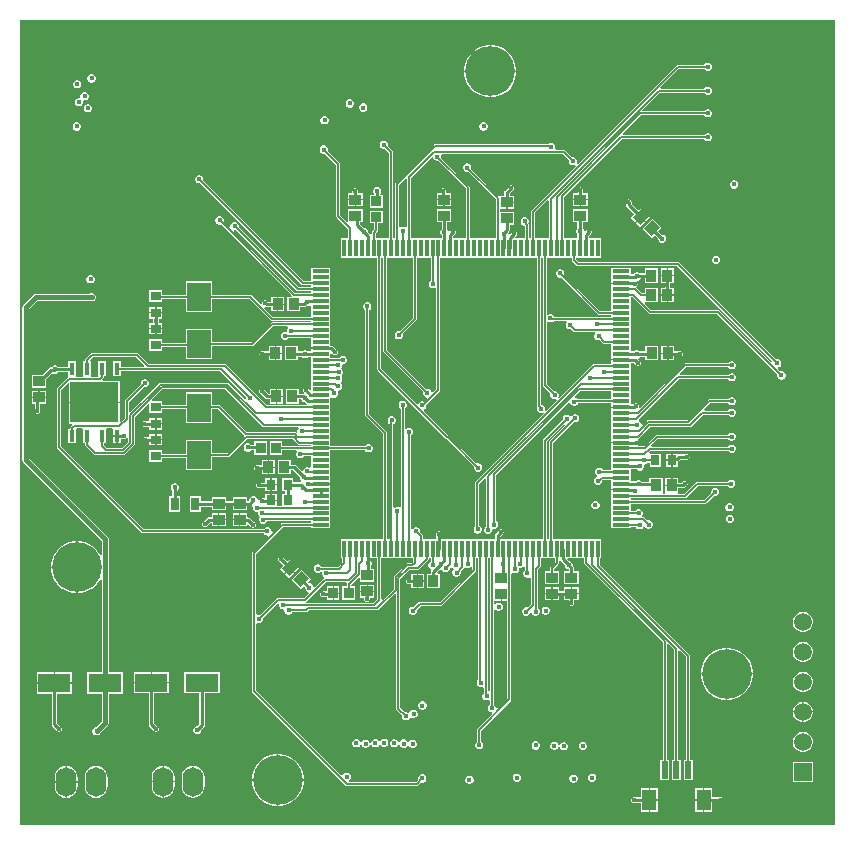
<source format=gtl>
G04*
G04 #@! TF.GenerationSoftware,Altium Limited,Altium Designer,23.3.1 (30)*
G04*
G04 Layer_Physical_Order=1*
G04 Layer_Color=255*
%FSLAX44Y44*%
%MOMM*%
G71*
G04*
G04 #@! TF.SameCoordinates,1E3CE245-77AB-4D3B-BECC-05931035AD6D*
G04*
G04*
G04 #@! TF.FilePolarity,Positive*
G04*
G01*
G75*
%ADD15R,1.0000X0.9000*%
%ADD16R,0.9000X1.0000*%
%ADD17R,0.8500X0.9500*%
%ADD18R,1.2000X1.8000*%
%ADD19R,0.6000X1.5500*%
%ADD20R,0.8000X0.9000*%
%ADD21R,0.9000X0.8000*%
%ADD22R,2.0000X2.4000*%
%ADD23R,4.0500X3.4500*%
%ADD24R,0.4500X1.0500*%
%ADD25R,2.8000X1.6000*%
%ADD26R,1.4500X0.3000*%
%ADD27R,0.3000X1.4500*%
%ADD28R,0.7600X1.1300*%
%ADD29R,0.9500X0.8500*%
G04:AMPARAMS|DCode=30|XSize=1mm|YSize=0.9mm|CornerRadius=0mm|HoleSize=0mm|Usage=FLASHONLY|Rotation=45.000|XOffset=0mm|YOffset=0mm|HoleType=Round|Shape=Rectangle|*
%AMROTATEDRECTD30*
4,1,4,-0.0354,-0.6718,-0.6718,-0.0354,0.0354,0.6718,0.6718,0.0354,-0.0354,-0.6718,0.0*
%
%ADD30ROTATEDRECTD30*%

%ADD52C,0.1270*%
%ADD53C,0.3810*%
%ADD54C,0.2540*%
%ADD55C,0.2032*%
%ADD56C,4.2000*%
%ADD57R,1.5000X1.5000*%
%ADD58C,1.5000*%
%ADD59O,1.7500X2.5000*%
%ADD60C,0.4000*%
G36*
X691381Y2039D02*
X2039D01*
Y683761D01*
X691381D01*
Y2039D01*
D02*
G37*
%LPC*%
G36*
X402168Y662016D02*
X400508D01*
Y640508D01*
X422016D01*
Y642168D01*
X421170Y646422D01*
X419510Y650428D01*
X417101Y654034D01*
X414034Y657101D01*
X410429Y659510D01*
X406422Y661170D01*
X402168Y662016D01*
D02*
G37*
G36*
X399492D02*
X397832D01*
X393578Y661170D01*
X389571Y659510D01*
X385966Y657101D01*
X382899Y654034D01*
X380490Y650428D01*
X378830Y646422D01*
X377984Y642168D01*
Y640508D01*
X399492D01*
Y662016D01*
D02*
G37*
G36*
X584896Y647390D02*
X583504D01*
X582217Y646857D01*
X581233Y645873D01*
X581109Y645573D01*
X558800D01*
X558156Y645445D01*
X557610Y645080D01*
X474111Y561582D01*
X473034Y562301D01*
X473400Y563184D01*
Y564576D01*
X472867Y565863D01*
X471883Y566847D01*
X470596Y567380D01*
X469204D01*
X468904Y567256D01*
X463145Y573015D01*
X462599Y573380D01*
X461955Y573508D01*
X455403D01*
X454610Y574778D01*
X454858Y575376D01*
Y576768D01*
X454325Y578055D01*
X453341Y579039D01*
X452054Y579572D01*
X450662D01*
X449375Y579039D01*
X448600Y578263D01*
X353060D01*
X352416Y578135D01*
X351870Y577770D01*
X319850Y545751D01*
X319485Y545204D01*
X319357Y544560D01*
Y498736D01*
X317723D01*
Y571436D01*
X317595Y572080D01*
X317230Y572626D01*
X313002Y576855D01*
X313126Y577154D01*
Y578546D01*
X312593Y579833D01*
X311609Y580817D01*
X310322Y581350D01*
X308930D01*
X307643Y580817D01*
X306659Y579833D01*
X306126Y578546D01*
Y577154D01*
X306659Y575867D01*
X307643Y574883D01*
X308930Y574350D01*
X310322D01*
X310621Y574474D01*
X314357Y570739D01*
Y498736D01*
X302723D01*
Y502527D01*
X304720Y504524D01*
X305085Y505070D01*
X305213Y505714D01*
Y511624D01*
X309296D01*
Y522156D01*
X297764D01*
Y511624D01*
X301847D01*
Y506411D01*
X299849Y504414D01*
X299485Y503868D01*
X299356Y503224D01*
Y502275D01*
X298706Y502067D01*
X298086Y502064D01*
X297688Y502660D01*
X296362Y503986D01*
Y504886D01*
X295829Y506173D01*
X294845Y507157D01*
X293558Y507690D01*
X292404D01*
X289605Y510489D01*
Y512244D01*
X291766D01*
Y523276D01*
X279734D01*
Y513289D01*
X279734Y512859D01*
X278464Y512333D01*
X272955Y517841D01*
Y561340D01*
X272827Y561984D01*
X272462Y562530D01*
X262202Y572790D01*
X262326Y573090D01*
Y574482D01*
X261793Y575769D01*
X260809Y576753D01*
X259522Y577286D01*
X258130D01*
X256843Y576753D01*
X255859Y575769D01*
X255326Y574482D01*
Y573090D01*
X255859Y571803D01*
X256843Y570819D01*
X258130Y570286D01*
X259522D01*
X259821Y570410D01*
X269589Y560643D01*
Y517144D01*
X269717Y516500D01*
X270082Y515954D01*
X279356Y506679D01*
Y498736D01*
X273524D01*
Y482204D01*
X304372D01*
Y387613D01*
X304500Y386969D01*
X304865Y386423D01*
X362181Y329107D01*
X362727Y328742D01*
X363142Y328660D01*
X386260Y305541D01*
X386136Y305242D01*
Y303850D01*
X386669Y302563D01*
X387653Y301579D01*
X388940Y301046D01*
X390332D01*
X391619Y301579D01*
X392603Y302563D01*
X393136Y303850D01*
Y305242D01*
X392603Y306529D01*
X391619Y307513D01*
X390332Y308046D01*
X388940D01*
X388641Y307922D01*
X365075Y331488D01*
X364529Y331853D01*
X364114Y331935D01*
X343591Y352458D01*
X343889Y353956D01*
X344375Y354157D01*
X345359Y355141D01*
X345892Y356428D01*
Y357820D01*
X345842Y357940D01*
X357230Y369328D01*
X357595Y369874D01*
X357723Y370518D01*
Y482204D01*
X365532D01*
Y490470D01*
X366548D01*
Y482204D01*
X415532D01*
Y490470D01*
X416548D01*
Y482204D01*
X439357D01*
Y356751D01*
X439485Y356106D01*
X439599Y355936D01*
X439222Y355026D01*
Y353634D01*
X439755Y352347D01*
X440739Y351363D01*
X442026Y350830D01*
X443418D01*
X444301Y351196D01*
X445020Y350119D01*
X387684Y292782D01*
X387319Y292236D01*
X387191Y291592D01*
Y255163D01*
X386232Y254205D01*
X385699Y252918D01*
Y251526D01*
X386232Y250239D01*
X387216Y249255D01*
X388503Y248722D01*
X389895D01*
X391182Y249255D01*
X392166Y250239D01*
X392699Y251526D01*
Y252918D01*
X392166Y254205D01*
X391182Y255189D01*
X390557Y255448D01*
Y290895D01*
X395161Y295499D01*
X396335Y295013D01*
Y254805D01*
X396035Y254681D01*
X395051Y253697D01*
X394518Y252410D01*
Y251018D01*
X395051Y249731D01*
X396035Y248747D01*
X397322Y248214D01*
X398714D01*
X400001Y248747D01*
X400985Y249731D01*
X401518Y251018D01*
Y251777D01*
X402289Y252657D01*
X402691Y252786D01*
X403794D01*
X405081Y253319D01*
X406065Y254303D01*
X406598Y255590D01*
Y256982D01*
X406065Y258269D01*
X405081Y259253D01*
X404781Y259377D01*
Y298330D01*
X466400Y359949D01*
X466951Y359854D01*
X467760Y359512D01*
X468203Y358443D01*
X469187Y357459D01*
X470474Y356926D01*
X471866D01*
X473153Y357459D01*
X474137Y358443D01*
X474322Y358890D01*
X502524D01*
Y356228D01*
X510790D01*
Y355212D01*
X502524D01*
Y353204D01*
Y343204D01*
Y333204D01*
Y326228D01*
X510790D01*
Y325212D01*
X502524D01*
Y323204D01*
Y313204D01*
Y302535D01*
X495503D01*
X495325Y302966D01*
X494340Y303950D01*
X493054Y304483D01*
X491661D01*
X490375Y303950D01*
X489390Y302966D01*
X488858Y301679D01*
Y300287D01*
X489390Y299000D01*
X490335Y298055D01*
X490346Y297994D01*
X490339Y297775D01*
X490181Y296721D01*
X489253Y296337D01*
X488269Y295353D01*
X487736Y294066D01*
Y292674D01*
X488269Y291387D01*
X489253Y290403D01*
X490540Y289870D01*
X491932D01*
X493219Y290403D01*
X494203Y291387D01*
X494736Y292674D01*
Y293751D01*
X495022Y294037D01*
X502524D01*
Y286228D01*
X510790D01*
Y285212D01*
X502524D01*
Y283204D01*
Y273204D01*
Y263204D01*
Y253204D01*
X519056D01*
Y254066D01*
X523209D01*
X523321Y253795D01*
X524305Y252811D01*
X525592Y252278D01*
X526984D01*
X528271Y252811D01*
X529255Y253795D01*
X529516Y254425D01*
X530891D01*
X530941Y254303D01*
X531925Y253319D01*
X533212Y252786D01*
X534604D01*
X535891Y253319D01*
X536875Y254303D01*
X537408Y255590D01*
Y256982D01*
X536875Y258269D01*
X535891Y259253D01*
X534604Y259786D01*
X533212D01*
X532912Y259662D01*
X530664Y261910D01*
X530118Y262275D01*
X529474Y262403D01*
X528991D01*
X528465Y263673D01*
X528493Y263701D01*
X529026Y264988D01*
Y266380D01*
X528493Y267667D01*
X527509Y268651D01*
X526222Y269184D01*
X524830D01*
X523543Y268651D01*
X522559Y267667D01*
X522443Y267386D01*
X519056D01*
Y274037D01*
X582044D01*
X582688Y274165D01*
X583234Y274530D01*
X589300Y280596D01*
X589600Y280472D01*
X590992D01*
X592279Y281005D01*
X593263Y281989D01*
X593796Y283276D01*
Y284668D01*
X593263Y285955D01*
X592279Y286939D01*
X590992Y287472D01*
X589600D01*
X588313Y286939D01*
X587329Y285955D01*
X586796Y284668D01*
Y283276D01*
X586920Y282976D01*
X581347Y277403D01*
X519056D01*
Y279036D01*
X520412D01*
X521019Y278916D01*
X565079D01*
X565723Y279044D01*
X566269Y279409D01*
X576007Y289147D01*
X600667D01*
X600791Y288847D01*
X601775Y287863D01*
X603062Y287330D01*
X604454D01*
X605741Y287863D01*
X606725Y288847D01*
X607258Y290134D01*
Y291526D01*
X606725Y292813D01*
X605741Y293797D01*
X604454Y294330D01*
X603062D01*
X601775Y293797D01*
X600791Y292813D01*
X600667Y292513D01*
X575310D01*
X574666Y292385D01*
X574120Y292020D01*
X564382Y282282D01*
X559256D01*
X559236Y283544D01*
X559236Y283552D01*
Y287229D01*
X562977D01*
X563869Y287407D01*
X564625Y287912D01*
X565354Y288641D01*
X565534Y288677D01*
X566290Y289182D01*
X566795Y289938D01*
X566973Y290830D01*
X566795Y291722D01*
X566290Y292478D01*
X565534Y292983D01*
X564642Y293161D01*
X564247D01*
X563355Y292983D01*
X562599Y292478D01*
X562011Y291891D01*
X559236D01*
Y295576D01*
X554228D01*
Y289560D01*
X553720D01*
Y289052D01*
X548204D01*
Y283552D01*
X548204Y283544D01*
X548184Y282282D01*
X545756D01*
X545736Y283544D01*
X545736D01*
Y295576D01*
X534704D01*
Y292653D01*
X528145D01*
X527509Y293289D01*
X526222Y293822D01*
X524830D01*
X523543Y293289D01*
X523106Y292852D01*
X519056D01*
Y303310D01*
X523844D01*
X524559Y302595D01*
X525846Y302062D01*
X527238D01*
X528525Y302595D01*
X529509Y303579D01*
X530042Y304866D01*
Y306258D01*
X530886Y307539D01*
X531827Y307929D01*
X532722Y308824D01*
X534734D01*
Y305380D01*
X544766D01*
Y316412D01*
X535981D01*
X535571Y316412D01*
X534573Y317520D01*
X534586Y317829D01*
X535621Y318865D01*
X601429D01*
X601553Y318565D01*
X602537Y317581D01*
X603824Y317048D01*
X605216D01*
X606503Y317581D01*
X607487Y318565D01*
X608020Y319852D01*
Y321244D01*
X607487Y322531D01*
X606503Y323515D01*
X605216Y324048D01*
X603824D01*
X602537Y323515D01*
X601553Y322531D01*
X601429Y322231D01*
X536837D01*
X536351Y323405D01*
X541971Y329025D01*
X601175D01*
X601299Y328725D01*
X602283Y327741D01*
X603570Y327208D01*
X604962D01*
X606249Y327741D01*
X607233Y328725D01*
X607766Y330012D01*
Y331404D01*
X607233Y332691D01*
X606249Y333675D01*
X604962Y334208D01*
X603570D01*
X602283Y333675D01*
X601299Y332691D01*
X601175Y332391D01*
X541274D01*
X540630Y332263D01*
X540084Y331898D01*
X530589Y322403D01*
X525270D01*
X524938Y323674D01*
X525396Y323980D01*
X525901Y324736D01*
X526079Y325628D01*
X525901Y326520D01*
X525396Y327276D01*
X525350Y327322D01*
X524877Y327638D01*
X524892Y328409D01*
X525023Y328881D01*
X525045Y328937D01*
X525546Y329036D01*
X526092Y329401D01*
X535367Y338677D01*
X568742D01*
X569386Y338805D01*
X569932Y339170D01*
X580107Y349345D01*
X601429D01*
X601553Y349045D01*
X602537Y348061D01*
X603824Y347528D01*
X605216D01*
X606503Y348061D01*
X607487Y349045D01*
X608020Y350332D01*
Y351724D01*
X607487Y353011D01*
X606503Y353995D01*
X605216Y354528D01*
X603824D01*
X602537Y353995D01*
X601553Y353011D01*
X601429Y352711D01*
X581541D01*
X581055Y353885D01*
X586167Y358997D01*
X601429D01*
X601553Y358697D01*
X602537Y357713D01*
X603824Y357180D01*
X605216D01*
X606503Y357713D01*
X607487Y358697D01*
X608020Y359984D01*
Y361376D01*
X607487Y362663D01*
X606503Y363647D01*
X605216Y364180D01*
X603824D01*
X602537Y363647D01*
X601553Y362663D01*
X601429Y362363D01*
X585470D01*
X584826Y362235D01*
X584280Y361870D01*
X566993Y344583D01*
X533400D01*
X532756Y344455D01*
X532210Y344090D01*
X529026Y340907D01*
X527756Y341310D01*
X527223Y342597D01*
X526239Y343581D01*
X525768Y343776D01*
X525470Y345274D01*
X559512Y379317D01*
X601429D01*
X601553Y379017D01*
X602537Y378033D01*
X603824Y377500D01*
X605216D01*
X606503Y378033D01*
X607487Y379017D01*
X608020Y380304D01*
Y381696D01*
X607487Y382983D01*
X606503Y383967D01*
X605216Y384500D01*
X603824D01*
X602537Y383967D01*
X601553Y382983D01*
X601429Y382683D01*
X560713D01*
X560227Y383857D01*
X565847Y389477D01*
X601429D01*
X601553Y389177D01*
X602537Y388193D01*
X603824Y387660D01*
X605216D01*
X606503Y388193D01*
X607487Y389177D01*
X608020Y390464D01*
Y391856D01*
X607487Y393143D01*
X606503Y394127D01*
X605216Y394660D01*
X603824D01*
X602537Y394127D01*
X601553Y393143D01*
X601429Y392843D01*
X565150D01*
X564506Y392715D01*
X563960Y392350D01*
X526532Y354923D01*
X526461Y354910D01*
X525562Y355851D01*
X525647Y355978D01*
X525825Y356870D01*
X525647Y357762D01*
X525142Y358518D01*
X524386Y359023D01*
X523494Y359201D01*
X523099D01*
X522207Y359023D01*
X521451Y358518D01*
X520983Y358051D01*
X519056D01*
Y363204D01*
Y373204D01*
Y383204D01*
Y393389D01*
X521384D01*
X523229Y391544D01*
X523985Y391039D01*
X524877Y390861D01*
X525272D01*
X526164Y391039D01*
X526920Y391544D01*
X527425Y392300D01*
X527603Y393192D01*
X527425Y394084D01*
X526920Y394840D01*
X526164Y395345D01*
X525984Y395381D01*
X525319Y396046D01*
X525617Y397544D01*
X525731Y397591D01*
X526367Y398227D01*
X531294D01*
Y395304D01*
X542326D01*
Y407336D01*
X531294D01*
Y402889D01*
X526367D01*
X525731Y403525D01*
X524444Y404058D01*
X523052D01*
X521765Y403525D01*
X521210Y402970D01*
X519056D01*
Y408204D01*
Y418204D01*
Y428204D01*
Y438204D01*
Y448570D01*
X520326Y448843D01*
X534242Y434928D01*
X534788Y434563D01*
X535432Y434435D01*
X592139D01*
X643054Y383520D01*
X642930Y383220D01*
Y381828D01*
X643463Y380541D01*
X644447Y379557D01*
X645734Y379024D01*
X647126D01*
X648413Y379557D01*
X649397Y380541D01*
X649930Y381828D01*
Y383220D01*
X649397Y384507D01*
X648413Y385491D01*
X647126Y386024D01*
X645734D01*
X645434Y385900D01*
X643421Y387914D01*
X643477Y388395D01*
X643836Y389294D01*
X644857Y389717D01*
X645841Y390701D01*
X646374Y391988D01*
Y393380D01*
X645841Y394667D01*
X644857Y395651D01*
X643570Y396184D01*
X642178D01*
X641879Y396060D01*
X559736Y478202D01*
X559190Y478567D01*
X558546Y478695D01*
X474661D01*
X472723Y480633D01*
Y482204D01*
X480532D01*
Y490470D01*
X481548D01*
Y482204D01*
X493556D01*
Y498736D01*
X483371D01*
Y500761D01*
X485010Y502401D01*
X485515Y503157D01*
X485693Y504049D01*
Y504444D01*
X485515Y505336D01*
X485010Y506092D01*
X484254Y506597D01*
X483362Y506775D01*
X482470Y506597D01*
X481714Y506092D01*
X481209Y505336D01*
X480011Y504982D01*
X479496Y505140D01*
X478963Y506427D01*
X478327Y507063D01*
Y512244D01*
X482266D01*
Y523276D01*
X470234D01*
Y512244D01*
X473665D01*
Y507063D01*
X473029Y506427D01*
X472496Y505140D01*
Y503748D01*
X473029Y502461D01*
X473687Y501803D01*
Y498736D01*
X462723D01*
Y534003D01*
X511237Y582517D01*
X581109D01*
X581233Y582217D01*
X582217Y581233D01*
X583504Y580700D01*
X584896D01*
X586183Y581233D01*
X587167Y582217D01*
X587700Y583504D01*
Y584896D01*
X587167Y586183D01*
X586183Y587167D01*
X584896Y587700D01*
X583504D01*
X582217Y587167D01*
X581233Y586183D01*
X581109Y585883D01*
X512453D01*
X511967Y587057D01*
X527747Y602837D01*
X581109D01*
X581233Y602537D01*
X582217Y601553D01*
X583504Y601020D01*
X584896D01*
X586183Y601553D01*
X587167Y602537D01*
X587700Y603824D01*
Y605216D01*
X587167Y606503D01*
X586183Y607487D01*
X584896Y608020D01*
X583504D01*
X582217Y607487D01*
X581233Y606503D01*
X581109Y606203D01*
X529181D01*
X528695Y607377D01*
X543205Y621887D01*
X581109D01*
X581233Y621587D01*
X582217Y620603D01*
X583504Y620070D01*
X584896D01*
X586183Y620603D01*
X587167Y621587D01*
X587700Y622874D01*
Y624266D01*
X587167Y625553D01*
X586183Y626537D01*
X584896Y627070D01*
X583504D01*
X582217Y626537D01*
X581233Y625553D01*
X581109Y625253D01*
X544203D01*
X543717Y626427D01*
X559497Y642207D01*
X581109D01*
X581233Y641907D01*
X582217Y640923D01*
X583504Y640390D01*
X584896D01*
X586183Y640923D01*
X587167Y641907D01*
X587700Y643194D01*
Y644586D01*
X587167Y645873D01*
X586183Y646857D01*
X584896Y647390D01*
D02*
G37*
G36*
X63042Y637514D02*
X61649D01*
X60363Y636981D01*
X59378Y635996D01*
X58845Y634710D01*
Y633317D01*
X59378Y632031D01*
X60363Y631046D01*
X61649Y630514D01*
X63042D01*
X64328Y631046D01*
X65313Y632031D01*
X65845Y633317D01*
Y634710D01*
X65313Y635996D01*
X64328Y636981D01*
X63042Y637514D01*
D02*
G37*
G36*
X50734Y632658D02*
X49342D01*
X48055Y632125D01*
X47071Y631141D01*
X46538Y629854D01*
Y628462D01*
X47071Y627175D01*
X48055Y626191D01*
X49342Y625658D01*
X50734D01*
X52021Y626191D01*
X53005Y627175D01*
X53538Y628462D01*
Y629854D01*
X53005Y631141D01*
X52021Y632125D01*
X50734Y632658D01*
D02*
G37*
G36*
X422016Y639492D02*
X400508D01*
Y617984D01*
X402168D01*
X406422Y618830D01*
X410429Y620490D01*
X414034Y622899D01*
X417101Y625966D01*
X419510Y629571D01*
X421170Y633578D01*
X422016Y637832D01*
Y639492D01*
D02*
G37*
G36*
X399492D02*
X377984D01*
Y637832D01*
X378830Y633578D01*
X380490Y629571D01*
X382899Y625966D01*
X385966Y622899D01*
X389571Y620490D01*
X393578Y618830D01*
X397832Y617984D01*
X399492D01*
Y639492D01*
D02*
G37*
G36*
X57084Y622498D02*
X55692D01*
X54405Y621965D01*
X53421Y620981D01*
X52888Y619694D01*
Y618532D01*
X52630Y618076D01*
X51879Y617418D01*
X50866D01*
X49579Y616885D01*
X48595Y615901D01*
X48062Y614614D01*
Y613222D01*
X48595Y611935D01*
X49579Y610951D01*
X50866Y610418D01*
X52258D01*
X53545Y610951D01*
X54529Y611935D01*
X55062Y613222D01*
Y614384D01*
X55320Y614840D01*
X56071Y615498D01*
X57084D01*
X58371Y616031D01*
X59355Y617015D01*
X59888Y618302D01*
Y619694D01*
X59355Y620981D01*
X58371Y621965D01*
X57084Y622498D01*
D02*
G37*
G36*
X281620Y616402D02*
X280228D01*
X278941Y615869D01*
X277957Y614885D01*
X277424Y613598D01*
Y612206D01*
X277957Y610919D01*
X278941Y609935D01*
X280228Y609402D01*
X281620D01*
X282907Y609935D01*
X283891Y610919D01*
X284424Y612206D01*
Y613598D01*
X283891Y614885D01*
X282907Y615869D01*
X281620Y616402D01*
D02*
G37*
G36*
X293050Y612846D02*
X291658D01*
X290371Y612313D01*
X289387Y611329D01*
X288854Y610042D01*
Y608650D01*
X289387Y607363D01*
X290371Y606379D01*
X291658Y605846D01*
X293050D01*
X294337Y606379D01*
X295321Y607363D01*
X295854Y608650D01*
Y610042D01*
X295321Y611329D01*
X294337Y612313D01*
X293050Y612846D01*
D02*
G37*
G36*
X59878Y612338D02*
X58486D01*
X57199Y611805D01*
X56215Y610821D01*
X55682Y609534D01*
Y608142D01*
X56215Y606855D01*
X57199Y605871D01*
X58486Y605338D01*
X59878D01*
X61165Y605871D01*
X62149Y606855D01*
X62682Y608142D01*
Y609534D01*
X62149Y610821D01*
X61165Y611805D01*
X59878Y612338D01*
D02*
G37*
G36*
X260241Y602125D02*
X258849D01*
X257563Y601592D01*
X256578Y600607D01*
X256045Y599321D01*
Y597929D01*
X256578Y596642D01*
X257563Y595658D01*
X258849Y595125D01*
X260241D01*
X261528Y595658D01*
X262512Y596642D01*
X263045Y597929D01*
Y599321D01*
X262512Y600607D01*
X261528Y601592D01*
X260241Y602125D01*
D02*
G37*
G36*
X394904Y596844D02*
X393512D01*
X392225Y596311D01*
X391241Y595327D01*
X390708Y594040D01*
Y592648D01*
X391241Y591361D01*
X392225Y590377D01*
X393512Y589844D01*
X394904D01*
X396191Y590377D01*
X397175Y591361D01*
X397708Y592648D01*
Y594040D01*
X397175Y595327D01*
X396191Y596311D01*
X394904Y596844D01*
D02*
G37*
G36*
X50480D02*
X49088D01*
X47801Y596311D01*
X46817Y595327D01*
X46284Y594040D01*
Y592648D01*
X46817Y591361D01*
X47801Y590377D01*
X49088Y589844D01*
X50480D01*
X51767Y590377D01*
X52751Y591361D01*
X53284Y592648D01*
Y594040D01*
X52751Y595327D01*
X51767Y596311D01*
X50480Y596844D01*
D02*
G37*
G36*
X606994Y547822D02*
X605602D01*
X604315Y547289D01*
X603331Y546305D01*
X602798Y545018D01*
Y543626D01*
X603331Y542339D01*
X604315Y541355D01*
X605602Y540822D01*
X606994D01*
X608281Y541355D01*
X609265Y542339D01*
X609798Y543626D01*
Y545018D01*
X609265Y546305D01*
X608281Y547289D01*
X606994Y547822D01*
D02*
G37*
G36*
X476250Y541827D02*
X475358Y541649D01*
X474602Y541144D01*
X474097Y540388D01*
X473919Y539496D01*
Y536776D01*
X470234D01*
Y531768D01*
X482266D01*
Y536776D01*
X478581D01*
Y539496D01*
X478403Y540388D01*
X477898Y541144D01*
X477142Y541649D01*
X476250Y541827D01*
D02*
G37*
G36*
X285496Y541319D02*
X284604Y541141D01*
X283848Y540636D01*
X283343Y539880D01*
X283165Y538988D01*
Y536776D01*
X279734D01*
Y531768D01*
X291766D01*
Y536776D01*
X287827D01*
Y538988D01*
X287649Y539880D01*
X287144Y540636D01*
X286388Y541141D01*
X285496Y541319D01*
D02*
G37*
G36*
X482266Y530752D02*
X476758D01*
Y525744D01*
X482266D01*
Y530752D01*
D02*
G37*
G36*
X475742D02*
X470234D01*
Y525744D01*
X475742D01*
Y530752D01*
D02*
G37*
G36*
X291766D02*
X286258D01*
Y525744D01*
X291766D01*
Y530752D01*
D02*
G37*
G36*
X285242D02*
X279734D01*
Y525744D01*
X285242D01*
Y530752D01*
D02*
G37*
G36*
X304734Y542234D02*
X303342D01*
X302055Y541701D01*
X301071Y540717D01*
X300538Y539430D01*
Y538038D01*
X301071Y536751D01*
X301396Y536426D01*
X300956Y535156D01*
X297764D01*
Y524624D01*
X309296D01*
Y535156D01*
X307120D01*
X306680Y536426D01*
X307005Y536751D01*
X307538Y538038D01*
Y539430D01*
X307005Y540717D01*
X306021Y541701D01*
X304734Y542234D01*
D02*
G37*
G36*
X531970Y520478D02*
X528075Y516583D01*
X531616Y513042D01*
X535511Y516937D01*
X531970Y520478D01*
D02*
G37*
G36*
X516890Y531667D02*
X515998Y531489D01*
X515242Y530984D01*
X514737Y530228D01*
X514559Y529336D01*
X514737Y528444D01*
X514839Y528292D01*
Y526771D01*
X515016Y525879D01*
X515521Y525123D01*
X521808Y518835D01*
X519202Y516230D01*
X522744Y512688D01*
X526998Y516942D01*
X531252Y521196D01*
X527710Y524738D01*
X525105Y522132D01*
X519500Y527736D01*
Y529057D01*
X519323Y529949D01*
X518817Y530705D01*
X518538Y530984D01*
X517782Y531489D01*
X516890Y531667D01*
D02*
G37*
G36*
X527357Y515865D02*
X523462Y511970D01*
X527003Y508429D01*
X530898Y512324D01*
X527357Y515865D01*
D02*
G37*
G36*
X537257Y515191D02*
X528749Y506683D01*
X536550Y498882D01*
X539029Y501361D01*
X541838Y498552D01*
Y497652D01*
X542371Y496365D01*
X543355Y495381D01*
X544642Y494848D01*
X546034D01*
X547321Y495381D01*
X548305Y496365D01*
X548838Y497652D01*
Y499044D01*
X548305Y500331D01*
X547321Y501315D01*
X546034Y501848D01*
X545134D01*
X542325Y504658D01*
X545057Y507390D01*
X537257Y515191D01*
D02*
G37*
G36*
X591754Y483814D02*
X590362D01*
X589075Y483281D01*
X588091Y482297D01*
X587558Y481010D01*
Y479618D01*
X588091Y478331D01*
X589075Y477347D01*
X590362Y476814D01*
X591754D01*
X593041Y477347D01*
X594025Y478331D01*
X594558Y479618D01*
Y481010D01*
X594025Y482297D01*
X593041Y483281D01*
X591754Y483814D01*
D02*
G37*
G36*
X62164Y467558D02*
X60772D01*
X59485Y467025D01*
X58501Y466041D01*
X57968Y464754D01*
Y463362D01*
X58501Y462075D01*
X59485Y461091D01*
X60772Y460558D01*
X62164D01*
X63451Y461091D01*
X64435Y462075D01*
X64968Y463362D01*
Y464754D01*
X64435Y466041D01*
X63451Y467025D01*
X62164Y467558D01*
D02*
G37*
G36*
X154112Y552140D02*
X152720D01*
X151433Y551607D01*
X150449Y550623D01*
X149916Y549336D01*
Y547944D01*
X150449Y546657D01*
X151433Y545673D01*
X152720Y545140D01*
X154112D01*
X154411Y545264D01*
X240146Y459530D01*
X240692Y459165D01*
X241336Y459037D01*
X248024D01*
Y457403D01*
X237381D01*
X186764Y508021D01*
X186888Y508320D01*
Y509712D01*
X186355Y510999D01*
X185371Y511983D01*
X184084Y512516D01*
X182692D01*
X181405Y511983D01*
X180421Y510999D01*
X179888Y509712D01*
Y508790D01*
X178658Y508224D01*
X174129Y512753D01*
X174253Y513052D01*
Y514444D01*
X173720Y515731D01*
X172736Y516715D01*
X171449Y517248D01*
X170057D01*
X168770Y516715D01*
X167786Y515731D01*
X167253Y514444D01*
Y513052D01*
X167786Y511766D01*
X168770Y510781D01*
X170057Y510248D01*
X171449D01*
X171748Y510372D01*
X232113Y450008D01*
X231586Y448738D01*
X228056D01*
Y436706D01*
X239088D01*
Y440391D01*
X242175D01*
X243067Y440569D01*
X243823Y441074D01*
X244003Y441254D01*
X245298D01*
X246585Y441787D01*
X246754Y441956D01*
X248024Y441430D01*
Y432403D01*
X215899D01*
X208608Y439695D01*
X208959Y440837D01*
X209272Y440932D01*
X209815Y440569D01*
X210707Y440391D01*
X214556D01*
Y436706D01*
X219564D01*
Y442722D01*
Y448738D01*
X214556D01*
Y445053D01*
X211672D01*
X211085Y445640D01*
X210329Y446145D01*
X209437Y446323D01*
X209042D01*
X208150Y446145D01*
X207394Y445640D01*
X206889Y444884D01*
X206711Y443992D01*
X205625Y442976D01*
X205368Y442934D01*
X197852Y450450D01*
X197306Y450815D01*
X196662Y450943D01*
X164686D01*
Y462276D01*
X142654D01*
Y450943D01*
X122356D01*
Y454626D01*
X111324D01*
Y444594D01*
X122356D01*
Y447577D01*
X142654D01*
Y436244D01*
X164686D01*
Y447577D01*
X195965D01*
X214012Y429530D01*
X214558Y429165D01*
X215202Y429037D01*
X248024D01*
Y427404D01*
X215018D01*
X214373Y427275D01*
X213827Y426911D01*
X197860Y410943D01*
X164686D01*
Y422276D01*
X142654D01*
Y409974D01*
X122356D01*
Y413306D01*
X111324D01*
Y403274D01*
X122356D01*
Y406607D01*
X142654D01*
Y396244D01*
X164686D01*
Y407577D01*
X198557D01*
X199202Y407705D01*
X199748Y408070D01*
X215715Y424037D01*
X228140D01*
X228666Y422767D01*
X228339Y422440D01*
X227806Y421154D01*
Y420492D01*
X226787Y419579D01*
X226633Y419552D01*
X225364D01*
X224077Y419019D01*
X223093Y418035D01*
X222560Y416748D01*
Y415356D01*
X223093Y414069D01*
X224077Y413085D01*
X225364Y412552D01*
X226756D01*
X228043Y413085D01*
X229027Y414069D01*
X229082Y414202D01*
X248024D01*
Y406228D01*
X256290D01*
Y405212D01*
X248024D01*
Y402970D01*
X245616D01*
X245061Y403525D01*
X243774Y404058D01*
X242382D01*
X241095Y403525D01*
X240459Y402889D01*
X237056D01*
Y407336D01*
X226024D01*
Y395304D01*
X237056D01*
Y398227D01*
X240459D01*
X241095Y397591D01*
X242382Y397058D01*
X243774D01*
X245061Y397591D01*
X245778Y398308D01*
X248024D01*
Y393204D01*
Y383204D01*
Y370341D01*
X246851Y369855D01*
X245234Y371472D01*
X244478Y371977D01*
X243586Y372155D01*
X242694Y371977D01*
X241938Y371472D01*
X241433Y370716D01*
X241255Y369824D01*
X241433Y368932D01*
X241908Y368221D01*
X241869Y368062D01*
X241264Y367054D01*
X241159Y367075D01*
X237672D01*
Y370760D01*
X226640D01*
Y358728D01*
X237672D01*
Y362413D01*
X239624D01*
X240111Y361237D01*
X241095Y360253D01*
X242382Y359720D01*
X243282D01*
X243930Y359072D01*
X244527Y358673D01*
X244524Y358058D01*
X244315Y357403D01*
X210890D01*
X176451Y391842D01*
X175905Y392207D01*
X175261Y392335D01*
X110679D01*
X101774Y401240D01*
X101228Y401605D01*
X100584Y401733D01*
X62738D01*
X62094Y401605D01*
X61548Y401240D01*
X57230Y396922D01*
X56865Y396376D01*
X56737Y395732D01*
Y394596D01*
X55154D01*
Y382064D01*
X54153Y381413D01*
X49987D01*
X48986Y382064D01*
X48986Y382683D01*
Y394596D01*
X42454D01*
Y389935D01*
X34115D01*
X33479Y390571D01*
X32192Y391104D01*
X30800D01*
X29513Y390571D01*
X28598Y389655D01*
X28155D01*
X27263Y389478D01*
X26506Y388973D01*
X20500Y382966D01*
X11764D01*
Y371934D01*
X23796D01*
Y379670D01*
X29120Y384994D01*
X29156D01*
X29513Y384637D01*
X30800Y384104D01*
X32192D01*
X33479Y384637D01*
X34115Y385273D01*
X42454D01*
Y382564D01*
X42454Y382064D01*
X42051Y380961D01*
X41990Y380920D01*
X33354Y372284D01*
X32989Y371738D01*
X32861Y371094D01*
Y322072D01*
X32989Y321428D01*
X33354Y320882D01*
X104728Y249508D01*
X105274Y249143D01*
X105918Y249015D01*
X207983D01*
X208107Y248715D01*
X209091Y247731D01*
X210378Y247198D01*
X211017D01*
X211543Y245928D01*
X198891Y233275D01*
X198526Y232729D01*
X198398Y232085D01*
Y115133D01*
X198526Y114489D01*
X198891Y113943D01*
X277194Y35640D01*
X277740Y35275D01*
X278384Y35147D01*
X337820D01*
X338464Y35275D01*
X339010Y35640D01*
X341396Y38026D01*
X341696Y37902D01*
X343088D01*
X344375Y38435D01*
X345359Y39419D01*
X345892Y40706D01*
Y42098D01*
X345359Y43385D01*
X344375Y44369D01*
X343088Y44902D01*
X341696D01*
X340409Y44369D01*
X339425Y43385D01*
X338892Y42098D01*
Y40706D01*
X339016Y40406D01*
X337123Y38513D01*
X280477D01*
X280225Y39783D01*
X280274Y39804D01*
X281258Y40788D01*
X281791Y42075D01*
Y43467D01*
X281258Y44753D01*
X280274Y45738D01*
X278987Y46271D01*
X277595D01*
X276308Y45738D01*
X275324Y44753D01*
X275123Y44268D01*
X273625Y43970D01*
X201764Y115830D01*
Y172383D01*
X203034Y173231D01*
X203520Y173030D01*
X204912D01*
X206199Y173563D01*
X207183Y174547D01*
X207716Y175834D01*
Y177226D01*
X207592Y177526D01*
X219913Y189847D01*
X220127Y189781D01*
X221036Y188656D01*
Y187264D01*
X221569Y185977D01*
X222553Y184993D01*
X223840Y184460D01*
X224435D01*
X225260Y184374D01*
X225608Y183287D01*
Y182946D01*
X226141Y181659D01*
X227125Y180675D01*
X228412Y180142D01*
X229804D01*
X231091Y180675D01*
X232075Y181659D01*
X232199Y181959D01*
X243840D01*
X244484Y182087D01*
X245030Y182452D01*
X246132Y183554D01*
X303855D01*
X304499Y183682D01*
X305045Y184047D01*
X319215Y198217D01*
X320389Y197731D01*
Y100330D01*
X320517Y99686D01*
X320882Y99140D01*
X325046Y94976D01*
X324922Y94676D01*
Y93284D01*
X325455Y91997D01*
X326439Y91013D01*
X327726Y90480D01*
X329118D01*
X330405Y91013D01*
X331389Y91997D01*
X331637Y92597D01*
X332997Y93011D01*
X333071Y92993D01*
X334300Y92484D01*
X335693D01*
X336979Y93016D01*
X337964Y94001D01*
X338497Y95287D01*
Y96680D01*
X337964Y97966D01*
X336979Y98951D01*
X335693Y99483D01*
X334300D01*
X333014Y98951D01*
X332029Y97966D01*
X331781Y97367D01*
X330421Y96952D01*
X330347Y96971D01*
X329118Y97480D01*
X327726D01*
X327426Y97356D01*
X323755Y101027D01*
Y210123D01*
X331405Y217773D01*
X338582D01*
X339226Y217901D01*
X339772Y218266D01*
X347230Y225724D01*
X347595Y226270D01*
X347723Y226914D01*
Y227704D01*
X349351D01*
Y225090D01*
X349045Y224963D01*
X348061Y223979D01*
X347528Y222692D01*
Y221300D01*
X348061Y220013D01*
X349045Y219029D01*
X349518Y218833D01*
X349722Y218484D01*
X349929Y217323D01*
X349675Y216942D01*
X349497Y216050D01*
Y214550D01*
X346312D01*
Y202518D01*
X357344D01*
Y214550D01*
X355420D01*
X354894Y215820D01*
X357576Y218502D01*
X357592Y218505D01*
X359000Y218130D01*
X359288Y217434D01*
X360272Y216450D01*
X361559Y215917D01*
X362951D01*
X364238Y216450D01*
X365222Y217434D01*
X365755Y218721D01*
Y219881D01*
X366388Y220567D01*
X366426Y220595D01*
X367788Y220217D01*
X367873Y220013D01*
X368857Y219029D01*
X368539Y217786D01*
X368381Y217629D01*
X367848Y216342D01*
Y214950D01*
X368381Y213663D01*
X369365Y212679D01*
X370652Y212146D01*
X372044D01*
X373331Y212679D01*
X374315Y213663D01*
X374848Y214950D01*
Y216342D01*
X374724Y216642D01*
X377230Y219148D01*
X377595Y219694D01*
X377622Y219827D01*
X378867Y220301D01*
X378946Y220299D01*
X380233Y219766D01*
X381625D01*
X382911Y220299D01*
X383087Y220474D01*
X384356Y219948D01*
Y218098D01*
X357246Y190987D01*
X340180D01*
X339535Y190859D01*
X338989Y190494D01*
X335080Y186584D01*
X334960Y186634D01*
X333568D01*
X332281Y186101D01*
X331297Y185117D01*
X330764Y183830D01*
Y182438D01*
X331297Y181151D01*
X332281Y180167D01*
X333568Y179634D01*
X334960D01*
X336247Y180167D01*
X337231Y181151D01*
X337764Y182438D01*
Y183830D01*
X337566Y184309D01*
X340877Y187620D01*
X357943D01*
X358587Y187749D01*
X359133Y188113D01*
X387230Y216210D01*
X387595Y216756D01*
X387723Y217401D01*
Y227704D01*
X389789D01*
Y125239D01*
X388938Y124388D01*
X388405Y123101D01*
Y121709D01*
X388938Y120422D01*
X389922Y119438D01*
X391208Y118905D01*
X392601D01*
X393087Y119106D01*
X394356Y118258D01*
Y113556D01*
X393781Y112981D01*
X393248Y111694D01*
Y110302D01*
X393781Y109015D01*
X394765Y108031D01*
X396052Y107498D01*
X397444D01*
X398227Y107822D01*
X399497Y107138D01*
Y103871D01*
X399337Y103805D01*
X398353Y102821D01*
X397820Y101534D01*
Y100142D01*
X398353Y98855D01*
X399337Y97871D01*
X400624Y97338D01*
X401009D01*
X401535Y96068D01*
X389208Y83740D01*
X388843Y83194D01*
X388715Y82550D01*
Y72687D01*
X388415Y72563D01*
X387431Y71579D01*
X386898Y70292D01*
Y68900D01*
X387431Y67613D01*
X388415Y66629D01*
X389702Y66096D01*
X391094D01*
X392381Y66629D01*
X393365Y67613D01*
X393898Y68900D01*
Y70292D01*
X393365Y71579D01*
X392381Y72563D01*
X392081Y72687D01*
Y81853D01*
X417230Y107001D01*
X417595Y107548D01*
X417723Y108192D01*
Y214849D01*
X418481Y215252D01*
X418993Y215432D01*
X420182Y214940D01*
X421574D01*
X422861Y215473D01*
X423845Y216457D01*
X424378Y217744D01*
Y218593D01*
X424591Y219256D01*
X425492Y219766D01*
X426146D01*
X427433Y220299D01*
X428213Y221079D01*
X429179Y220859D01*
X429483Y220690D01*
Y217923D01*
X429309Y217851D01*
X428325Y216867D01*
X427792Y215580D01*
Y214188D01*
X428325Y212901D01*
X429309Y211917D01*
X430596Y211384D01*
X431988D01*
X433086Y211839D01*
X433844Y211541D01*
X434356Y211203D01*
Y189087D01*
X431272Y186002D01*
X430972Y186126D01*
X429580D01*
X428293Y185593D01*
X427309Y184609D01*
X426776Y183322D01*
Y181930D01*
X427309Y180643D01*
X428293Y179659D01*
X429580Y179126D01*
X430972D01*
X432259Y179659D01*
X433243Y180643D01*
X433660Y181649D01*
X434949D01*
X435366Y180643D01*
X436350Y179659D01*
X437637Y179126D01*
X439029D01*
X440316Y179659D01*
X441300Y180643D01*
X441833Y181930D01*
Y183322D01*
X441300Y184609D01*
X440316Y185593D01*
X440087Y185688D01*
Y218251D01*
X442230Y220394D01*
X442595Y220940D01*
X442723Y221584D01*
Y227704D01*
X454357D01*
Y224074D01*
X450930Y220646D01*
X450565Y220100D01*
X450437Y219456D01*
Y216736D01*
X446104D01*
Y205704D01*
X458136D01*
Y216736D01*
X453803D01*
Y218759D01*
X457230Y222186D01*
X457595Y222732D01*
X457724Y223376D01*
Y226742D01*
X458994Y226868D01*
X459117Y226249D01*
X459622Y225493D01*
X462915Y222200D01*
Y221300D01*
X463448Y220013D01*
X464432Y219029D01*
X465719Y218496D01*
X466299D01*
Y216736D01*
X462614D01*
Y205704D01*
X474646D01*
Y216736D01*
X470961D01*
Y219530D01*
X470783Y220422D01*
X470278Y221178D01*
X469915Y221541D01*
Y222692D01*
X469382Y223979D01*
X468398Y224963D01*
X467111Y225496D01*
X466211D01*
X465177Y226531D01*
X465662Y227704D01*
X479357D01*
Y223810D01*
X479485Y223166D01*
X479850Y222620D01*
X545847Y156623D01*
Y57156D01*
X543514D01*
Y39624D01*
X551546D01*
Y57156D01*
X549213D01*
Y155189D01*
X550387Y155675D01*
X555847Y150215D01*
Y57156D01*
X553514D01*
Y39624D01*
X561546D01*
Y57156D01*
X559213D01*
Y149217D01*
X560387Y149703D01*
X565847Y144243D01*
Y57156D01*
X563514D01*
Y39624D01*
X571546D01*
Y57156D01*
X569213D01*
Y144940D01*
X569085Y145584D01*
X568720Y146130D01*
X492723Y222127D01*
Y227704D01*
X493556D01*
Y244236D01*
X452723D01*
Y325121D01*
X470682Y343080D01*
X470982Y342956D01*
X472374D01*
X473661Y343489D01*
X474645Y344473D01*
X475178Y345760D01*
Y347152D01*
X474645Y348439D01*
X473661Y349423D01*
X472374Y349956D01*
X470982D01*
X469695Y349423D01*
X468711Y348439D01*
X468704Y348422D01*
X468354Y348280D01*
X467248Y348225D01*
X466542Y348931D01*
X465255Y349463D01*
X463863D01*
X462576Y348931D01*
X461592Y347946D01*
X461059Y346660D01*
Y345267D01*
X461183Y344968D01*
X444850Y328635D01*
X444485Y328089D01*
X444357Y327445D01*
Y244236D01*
X408371D01*
Y246065D01*
X410588Y248282D01*
X411093Y249038D01*
X411271Y249930D01*
Y250190D01*
X411093Y251082D01*
X410588Y251838D01*
X409832Y252343D01*
X408940Y252521D01*
X408048Y252343D01*
X407292Y251838D01*
X406787Y251082D01*
X406784Y251071D01*
X404392Y248678D01*
X403886Y247922D01*
X403709Y247030D01*
Y244236D01*
X358405D01*
Y248241D01*
X358439Y248412D01*
X358261Y249304D01*
X357756Y250060D01*
X357000Y250565D01*
X356108Y250743D01*
X355216Y250565D01*
X354460Y250060D01*
X354426Y250026D01*
X353921Y249270D01*
X353743Y248378D01*
Y244236D01*
X342724D01*
Y246716D01*
X342595Y247360D01*
X342230Y247906D01*
X340434Y249702D01*
X340558Y250002D01*
Y251394D01*
X340025Y252681D01*
X339041Y253665D01*
X337754Y254198D01*
X336362D01*
X335075Y253665D01*
X334091Y252681D01*
X334081Y252658D01*
X332812Y252910D01*
Y331645D01*
X333199Y331805D01*
X334183Y332789D01*
X334716Y334076D01*
Y335468D01*
X334183Y336755D01*
X333199Y337739D01*
X331912Y338272D01*
X330520D01*
X329233Y337739D01*
X328890Y337395D01*
X327620Y337921D01*
Y354525D01*
X327815Y354606D01*
X328800Y355590D01*
X329333Y356877D01*
Y358269D01*
X328800Y359556D01*
X327815Y360540D01*
X326529Y361073D01*
X325136D01*
X323850Y360540D01*
X322865Y359556D01*
X322332Y358269D01*
Y356877D01*
X322865Y355590D01*
X323850Y354606D01*
X324253Y354439D01*
Y271382D01*
X322983Y270811D01*
X322006Y271216D01*
X320614D01*
X319327Y270683D01*
X319215Y270571D01*
X317945Y271097D01*
Y341241D01*
X318467Y341457D01*
X319451Y342441D01*
X319984Y343728D01*
Y345120D01*
X319451Y346407D01*
X318467Y347391D01*
X317180Y347924D01*
X315788D01*
X314501Y347391D01*
X313517Y346407D01*
X312984Y345120D01*
Y343728D01*
X313517Y342441D01*
X314501Y341457D01*
X314579Y341425D01*
Y244236D01*
X312723D01*
Y333840D01*
X312595Y334484D01*
X312230Y335030D01*
X297410Y349850D01*
Y438055D01*
X297709Y438179D01*
X298694Y439164D01*
X299227Y440450D01*
Y441843D01*
X298694Y443129D01*
X297709Y444114D01*
X296423Y444646D01*
X295031D01*
X293744Y444114D01*
X292760Y443129D01*
X292227Y441843D01*
Y440450D01*
X292760Y439164D01*
X293744Y438179D01*
X294044Y438055D01*
Y349153D01*
X294172Y348509D01*
X294536Y347963D01*
X309356Y333143D01*
Y244236D01*
X273524D01*
Y227704D01*
X274357D01*
Y224159D01*
X270900Y220702D01*
X257091D01*
X256967Y221002D01*
X255983Y221986D01*
X254696Y222519D01*
X253304D01*
X252017Y221986D01*
X251033Y221002D01*
X250500Y219715D01*
Y218323D01*
X251033Y217036D01*
X252017Y216052D01*
X253304Y215519D01*
X254696D01*
X255983Y216052D01*
X256751Y216820D01*
X257772Y216138D01*
X257813Y216066D01*
X257612Y215580D01*
Y214188D01*
X258145Y212901D01*
X258950Y212097D01*
X259021Y211737D01*
X259003Y211257D01*
X258886Y210643D01*
X258652Y210486D01*
X251404Y203239D01*
X250134Y203642D01*
X249601Y204929D01*
X248617Y205913D01*
X247330Y206446D01*
X246430D01*
X245272Y207605D01*
X247878Y210210D01*
X240077Y218011D01*
X231569Y209503D01*
X239370Y201702D01*
X241975Y204308D01*
X243134Y203150D01*
Y202250D01*
X243667Y200963D01*
X244651Y199979D01*
X245938Y199446D01*
X246341Y198176D01*
X242127Y193961D01*
X219964D01*
X219320Y193833D01*
X218774Y193468D01*
X205212Y179906D01*
X204912Y180030D01*
X203520D01*
X203034Y179829D01*
X201764Y180678D01*
Y231388D01*
X224413Y254037D01*
X248024D01*
Y253204D01*
X264556D01*
Y258204D01*
Y268204D01*
Y278204D01*
Y288204D01*
Y290212D01*
X256290D01*
Y291228D01*
X264556D01*
Y298204D01*
Y308204D01*
Y319037D01*
X294023D01*
X294082Y318895D01*
X295067Y317910D01*
X296353Y317377D01*
X297746D01*
X299032Y317910D01*
X300017Y318895D01*
X300549Y320181D01*
Y321573D01*
X300017Y322860D01*
X299032Y323844D01*
X297746Y324377D01*
X296353D01*
X295067Y323844D01*
X294082Y322860D01*
X293893Y322403D01*
X264556D01*
Y333204D01*
Y343204D01*
Y353204D01*
Y363698D01*
X265733Y364317D01*
X267020Y363784D01*
X268412D01*
X269699Y364317D01*
X270683Y365301D01*
X271216Y366588D01*
Y367980D01*
X270955Y368610D01*
X271729Y369880D01*
X271738D01*
X273024Y370413D01*
X274009Y371397D01*
X274541Y372684D01*
Y374076D01*
X274009Y375363D01*
X273590Y375781D01*
X273305Y376831D01*
X273634Y377396D01*
X274239Y378001D01*
X274772Y379288D01*
Y380680D01*
X274239Y381967D01*
X274580Y383422D01*
X274747Y383589D01*
X275280Y384876D01*
Y386268D01*
X274747Y387555D01*
X274453Y387849D01*
X273923Y389017D01*
X274166Y389747D01*
X274425Y390371D01*
Y391763D01*
X275598Y392232D01*
X275778D01*
X277065Y392765D01*
X278049Y393749D01*
X278582Y395036D01*
Y396428D01*
X278049Y397715D01*
X277065Y398699D01*
X275778Y399232D01*
X274386D01*
X273099Y398699D01*
X272115Y397715D01*
X271988Y397409D01*
X264556D01*
Y400907D01*
X265729Y401393D01*
X266689Y400434D01*
X267445Y399929D01*
X268337Y399751D01*
X268732D01*
X269624Y399929D01*
X270380Y400434D01*
X270885Y401190D01*
X271063Y402082D01*
X270885Y402974D01*
X270380Y403730D01*
X269624Y404235D01*
X269444Y404271D01*
X266577Y407138D01*
X265821Y407643D01*
X264929Y407821D01*
X264556D01*
Y413204D01*
Y423204D01*
Y433204D01*
Y443204D01*
Y453204D01*
Y463204D01*
Y473236D01*
X248024D01*
Y462403D01*
X242033D01*
X156792Y547645D01*
X156916Y547944D01*
Y549336D01*
X156383Y550623D01*
X155399Y551607D01*
X154112Y552140D01*
D02*
G37*
G36*
X63180Y452318D02*
X61788D01*
X60528Y451796D01*
X14986D01*
X13846Y451570D01*
X12880Y450924D01*
X4498Y442542D01*
X3853Y441576D01*
X3626Y440436D01*
Y311150D01*
X3853Y310010D01*
X4498Y309044D01*
X70943Y242599D01*
Y230225D01*
X69697Y229977D01*
X69510Y230429D01*
X67101Y234034D01*
X64034Y237101D01*
X60429Y239510D01*
X56422Y241170D01*
X52168Y242016D01*
X50508D01*
Y220000D01*
Y197984D01*
X52168D01*
X56422Y198830D01*
X60429Y200490D01*
X64034Y202899D01*
X67101Y205966D01*
X69510Y209571D01*
X69697Y210023D01*
X70943Y209775D01*
Y179527D01*
X70846Y179040D01*
Y131190D01*
X58808D01*
Y113158D01*
X70846D01*
Y89777D01*
X65886Y84817D01*
X64626Y84295D01*
X63641Y83311D01*
X63109Y82024D01*
Y80632D01*
X63641Y79346D01*
X64626Y78361D01*
X65912Y77828D01*
X67305D01*
X68591Y78361D01*
X69576Y79346D01*
X70097Y80605D01*
X75930Y86438D01*
X76576Y87404D01*
X76802Y88544D01*
Y113158D01*
X88840D01*
Y131190D01*
X76802D01*
Y178650D01*
X76899Y179137D01*
Y243833D01*
X76673Y244973D01*
X76027Y245939D01*
X9582Y312384D01*
Y439202D01*
X16220Y445840D01*
X60528D01*
X61788Y445318D01*
X63180D01*
X64467Y445851D01*
X65451Y446835D01*
X65984Y448122D01*
Y449514D01*
X65451Y450801D01*
X64467Y451785D01*
X63180Y452318D01*
D02*
G37*
G36*
X225588Y448738D02*
X220580D01*
Y443230D01*
X225588D01*
Y448738D01*
D02*
G37*
G36*
Y442214D02*
X220580D01*
Y436706D01*
X225588D01*
Y442214D01*
D02*
G37*
G36*
X122356Y440626D02*
X117348D01*
Y436118D01*
X122356D01*
Y440626D01*
D02*
G37*
G36*
X116332D02*
X111324D01*
Y436118D01*
X116332D01*
Y440626D01*
D02*
G37*
G36*
X122356Y435102D02*
X111324D01*
Y430594D01*
X114509D01*
Y427306D01*
X111324D01*
Y422798D01*
X116840D01*
X122356D01*
Y427306D01*
X119171D01*
Y430594D01*
X122356D01*
Y435102D01*
D02*
G37*
G36*
Y421782D02*
X117348D01*
Y417274D01*
X122356D01*
Y421782D01*
D02*
G37*
G36*
X116332D02*
X111324D01*
Y417274D01*
X116332D01*
Y421782D01*
D02*
G37*
G36*
X223556Y407336D02*
X218548D01*
Y401828D01*
X223556D01*
Y407336D01*
D02*
G37*
G36*
X549802D02*
X544794D01*
Y401828D01*
X549802D01*
Y407336D01*
D02*
G37*
G36*
X555826D02*
X550818D01*
Y401320D01*
Y395304D01*
X555826D01*
Y398735D01*
X560578D01*
X561470Y398913D01*
X562226Y399418D01*
X562731Y400174D01*
X562909Y401066D01*
X562731Y401958D01*
X562226Y402714D01*
X561470Y403219D01*
X560578Y403397D01*
X555826D01*
Y407336D01*
D02*
G37*
G36*
X549802Y400812D02*
X544794D01*
Y395304D01*
X549802D01*
Y400812D01*
D02*
G37*
G36*
X223556D02*
X218548D01*
Y395304D01*
X223556D01*
Y400812D01*
D02*
G37*
G36*
X217532Y407336D02*
X212524D01*
Y403397D01*
X206756D01*
X205864Y403219D01*
X205108Y402714D01*
X204603Y401958D01*
X204425Y401066D01*
X204603Y400174D01*
X205108Y399418D01*
X205864Y398913D01*
X206756Y398735D01*
X212524D01*
Y395304D01*
X217532D01*
Y401320D01*
Y407336D01*
D02*
G37*
G36*
X224172Y370760D02*
X219164D01*
Y365252D01*
X224172D01*
Y370760D01*
D02*
G37*
G36*
X23796Y369466D02*
X18288D01*
Y364458D01*
X23796D01*
Y369466D01*
D02*
G37*
G36*
X17272D02*
X11764D01*
Y364458D01*
X17272D01*
Y369466D01*
D02*
G37*
G36*
X224172Y364236D02*
X219164D01*
Y358728D01*
X224172D01*
Y364236D01*
D02*
G37*
G36*
X206502Y371393D02*
X205610Y371215D01*
X204854Y370710D01*
X204349Y369954D01*
X204171Y369062D01*
X204349Y368170D01*
X204854Y367414D01*
X209172Y363096D01*
X209928Y362591D01*
X210820Y362413D01*
X213140D01*
Y358728D01*
X218148D01*
Y364744D01*
Y370760D01*
X213140D01*
Y367075D01*
X211785D01*
X208150Y370710D01*
X207394Y371215D01*
X206502Y371393D01*
D02*
G37*
G36*
X23796Y363442D02*
X17780D01*
X11764D01*
Y358434D01*
X14179D01*
Y352044D01*
X14357Y351152D01*
X14862Y350396D01*
X15618Y349891D01*
X16510Y349713D01*
X17402Y349891D01*
X18158Y350396D01*
X18663Y351152D01*
X18841Y352044D01*
Y358434D01*
X23796D01*
Y363442D01*
D02*
G37*
G36*
X553242Y316412D02*
X548734D01*
Y311404D01*
X553242D01*
Y316412D01*
D02*
G37*
G36*
X558766Y316412D02*
Y316412D01*
X554258D01*
Y310896D01*
Y305380D01*
X558766D01*
Y309819D01*
X559432Y310264D01*
X560527Y311359D01*
X566420D01*
X567312Y311537D01*
X568068Y312042D01*
X568573Y312798D01*
X568751Y313690D01*
X568573Y314582D01*
X568068Y315338D01*
X567312Y315843D01*
X566420Y316021D01*
X559562D01*
X559305Y315970D01*
X558766Y316412D01*
D02*
G37*
G36*
X553242Y310388D02*
X548734D01*
Y305380D01*
X553242D01*
Y310388D01*
D02*
G37*
G36*
X553212Y295576D02*
X548204D01*
Y290068D01*
X553212D01*
Y295576D01*
D02*
G37*
G36*
X489646Y276296D02*
X488254D01*
X486967Y275763D01*
X485983Y274779D01*
X485450Y273492D01*
Y272100D01*
X485983Y270813D01*
X486967Y269829D01*
X488254Y269296D01*
X489646D01*
X490933Y269829D01*
X491917Y270813D01*
X492450Y272100D01*
Y273492D01*
X491917Y274779D01*
X490933Y275763D01*
X489646Y276296D01*
D02*
G37*
G36*
X603184Y274518D02*
X601792D01*
X600505Y273985D01*
X599521Y273001D01*
X598988Y271714D01*
Y270322D01*
X599521Y269035D01*
X600505Y268051D01*
X601792Y267518D01*
X603184D01*
X604471Y268051D01*
X605455Y269035D01*
X605988Y270322D01*
Y271714D01*
X605455Y273001D01*
X604471Y273985D01*
X603184Y274518D01*
D02*
G37*
G36*
X603438Y264612D02*
X602046D01*
X600759Y264079D01*
X599775Y263095D01*
X599242Y261808D01*
Y260416D01*
X599775Y259129D01*
X600759Y258145D01*
X602046Y257612D01*
X603438D01*
X604725Y258145D01*
X605709Y259129D01*
X606242Y260416D01*
Y261808D01*
X605709Y263095D01*
X604725Y264079D01*
X603438Y264612D01*
D02*
G37*
G36*
X49492Y242016D02*
X47832D01*
X43578Y241170D01*
X39571Y239510D01*
X35966Y237101D01*
X32899Y234034D01*
X30490Y230429D01*
X28830Y226422D01*
X27984Y222168D01*
Y220508D01*
X49492D01*
Y242016D01*
D02*
G37*
G36*
X234790Y223298D02*
X230895Y219403D01*
X234436Y215862D01*
X238331Y219757D01*
X234790Y223298D01*
D02*
G37*
G36*
X222504Y229153D02*
X221612Y228975D01*
X220856Y228470D01*
X220351Y227714D01*
X220173Y226822D01*
X220351Y225930D01*
X220856Y225174D01*
X224501Y221528D01*
X222022Y219050D01*
X225564Y215508D01*
X229818Y219762D01*
X234072Y224016D01*
X230530Y227558D01*
X227798Y224825D01*
X224152Y228470D01*
X223396Y228975D01*
X222504Y229153D01*
D02*
G37*
G36*
X230177Y218685D02*
X226282Y214790D01*
X229823Y211249D01*
X233718Y215144D01*
X230177Y218685D01*
D02*
G37*
G36*
X343844Y214550D02*
X338836D01*
Y209042D01*
X343844D01*
Y214550D01*
D02*
G37*
G36*
Y208026D02*
X338836D01*
Y202518D01*
X343844D01*
Y208026D01*
D02*
G37*
G36*
X337820Y214550D02*
X332812D01*
Y210611D01*
X330962D01*
X330070Y210433D01*
X329314Y209928D01*
X328809Y209172D01*
X328631Y208280D01*
X328809Y207388D01*
X329314Y206632D01*
X330070Y206127D01*
X330962Y205949D01*
X332812D01*
Y202518D01*
X337820D01*
Y208534D01*
Y214550D01*
D02*
G37*
G36*
X468122Y203236D02*
X462614D01*
Y200051D01*
X458136D01*
Y203236D01*
X452628D01*
Y197720D01*
Y192204D01*
X458136D01*
Y195389D01*
X462614D01*
Y192204D01*
X466299D01*
Y189738D01*
X466477Y188846D01*
X466982Y188090D01*
X467738Y187585D01*
X468630Y187407D01*
X469522Y187585D01*
X470278Y188090D01*
X470783Y188846D01*
X470961Y189738D01*
Y192204D01*
X474646D01*
Y197212D01*
X468630D01*
Y197720D01*
X468122D01*
Y203236D01*
D02*
G37*
G36*
X474646D02*
X469138D01*
Y198228D01*
X474646D01*
Y203236D01*
D02*
G37*
G36*
X451612D02*
X446104D01*
Y198228D01*
X451612D01*
Y203236D01*
D02*
G37*
G36*
X49492Y219492D02*
X27984D01*
Y217832D01*
X28830Y213578D01*
X30490Y209571D01*
X32899Y205966D01*
X35966Y202899D01*
X39571Y200490D01*
X43578Y198830D01*
X47832Y197984D01*
X49492D01*
Y219492D01*
D02*
G37*
G36*
X451612Y197212D02*
X446104D01*
Y192204D01*
X451612D01*
Y197212D01*
D02*
G37*
G36*
X447482Y186888D02*
X446090D01*
X444803Y186355D01*
X443819Y185371D01*
X443286Y184084D01*
Y182692D01*
X443819Y181405D01*
X444803Y180421D01*
X446090Y179888D01*
X447482D01*
X448769Y180421D01*
X449753Y181405D01*
X450286Y182692D01*
Y184084D01*
X449753Y185371D01*
X448769Y186355D01*
X447482Y186888D01*
D02*
G37*
G36*
X665585Y182506D02*
X663343D01*
X661177Y181926D01*
X659235Y180805D01*
X657650Y179219D01*
X656528Y177277D01*
X655948Y175111D01*
Y172869D01*
X656528Y170703D01*
X657650Y168761D01*
X659235Y167176D01*
X661177Y166054D01*
X663343Y165474D01*
X665585D01*
X667751Y166054D01*
X669693Y167176D01*
X671279Y168761D01*
X672400Y170703D01*
X672980Y172869D01*
Y175111D01*
X672400Y177277D01*
X671279Y179219D01*
X669693Y180805D01*
X667751Y181926D01*
X665585Y182506D01*
D02*
G37*
G36*
Y157106D02*
X663343D01*
X661177Y156526D01*
X659235Y155405D01*
X657650Y153819D01*
X656528Y151877D01*
X655948Y149711D01*
Y147469D01*
X656528Y145303D01*
X657650Y143361D01*
X659235Y141776D01*
X661177Y140654D01*
X663343Y140074D01*
X665585D01*
X667751Y140654D01*
X669693Y141776D01*
X671279Y143361D01*
X672400Y145303D01*
X672980Y147469D01*
Y149711D01*
X672400Y151877D01*
X671279Y153819D01*
X669693Y155405D01*
X667751Y156526D01*
X665585Y157106D01*
D02*
G37*
G36*
X602168Y152016D02*
X600508D01*
Y130508D01*
X622016D01*
Y132168D01*
X621170Y136422D01*
X619510Y140428D01*
X617101Y144034D01*
X614034Y147101D01*
X610429Y149510D01*
X606422Y151170D01*
X602168Y152016D01*
D02*
G37*
G36*
X599492D02*
X597832D01*
X593578Y151170D01*
X589571Y149510D01*
X585966Y147101D01*
X582899Y144034D01*
X580490Y140428D01*
X578830Y136422D01*
X577984Y132168D01*
Y130508D01*
X599492D01*
Y152016D01*
D02*
G37*
G36*
X127882Y131444D02*
X113374D01*
Y122936D01*
X127882D01*
Y131444D01*
D02*
G37*
G36*
X112358D02*
X97850D01*
Y122936D01*
X112358D01*
Y131444D01*
D02*
G37*
G36*
X45840Y131190D02*
X31332D01*
Y122682D01*
X45840D01*
Y131190D01*
D02*
G37*
G36*
X30316D02*
X15808D01*
Y122682D01*
X30316D01*
Y131190D01*
D02*
G37*
G36*
X665585Y131706D02*
X663343D01*
X661177Y131126D01*
X659235Y130005D01*
X657650Y128419D01*
X656528Y126477D01*
X655948Y124311D01*
Y122069D01*
X656528Y119903D01*
X657650Y117961D01*
X659235Y116376D01*
X661177Y115254D01*
X663343Y114674D01*
X665585D01*
X667751Y115254D01*
X669693Y116376D01*
X671279Y117961D01*
X672400Y119903D01*
X672980Y122069D01*
Y124311D01*
X672400Y126477D01*
X671279Y128419D01*
X669693Y130005D01*
X667751Y131126D01*
X665585Y131706D01*
D02*
G37*
G36*
X622016Y129492D02*
X600508D01*
Y107984D01*
X602168D01*
X606422Y108830D01*
X610429Y110490D01*
X614034Y112899D01*
X617101Y115966D01*
X619510Y119572D01*
X621170Y123578D01*
X622016Y127832D01*
Y129492D01*
D02*
G37*
G36*
X599492D02*
X577984D01*
Y127832D01*
X578830Y123578D01*
X580490Y119572D01*
X582899Y115966D01*
X585966Y112899D01*
X589571Y110490D01*
X593578Y108830D01*
X597832Y107984D01*
X599492D01*
Y129492D01*
D02*
G37*
G36*
X343116Y106542D02*
X341723D01*
X340437Y106009D01*
X339452Y105024D01*
X338919Y103738D01*
Y102346D01*
X339452Y101059D01*
X340437Y100075D01*
X341723Y99542D01*
X343116D01*
X344402Y100075D01*
X345387Y101059D01*
X345919Y102346D01*
Y103738D01*
X345387Y105024D01*
X344402Y106009D01*
X343116Y106542D01*
D02*
G37*
G36*
X665585Y106306D02*
X664972D01*
Y98298D01*
X672980D01*
Y98911D01*
X672400Y101077D01*
X671279Y103019D01*
X669693Y104605D01*
X667751Y105726D01*
X665585Y106306D01*
D02*
G37*
G36*
X663956D02*
X663343D01*
X661177Y105726D01*
X659235Y104605D01*
X657650Y103019D01*
X656528Y101077D01*
X655948Y98911D01*
Y98298D01*
X663956D01*
Y106306D01*
D02*
G37*
G36*
X672980Y97282D02*
X664972D01*
Y89274D01*
X665585D01*
X667751Y89854D01*
X669693Y90976D01*
X671279Y92561D01*
X672400Y94503D01*
X672980Y96669D01*
Y97282D01*
D02*
G37*
G36*
X663956D02*
X655948D01*
Y96669D01*
X656528Y94503D01*
X657650Y92561D01*
X659235Y90976D01*
X661177Y89854D01*
X663343Y89274D01*
X663956D01*
Y97282D01*
D02*
G37*
G36*
X127882Y121920D02*
X112866D01*
X97850D01*
Y113412D01*
X110535D01*
Y87540D01*
X110713Y86648D01*
X111218Y85892D01*
X115446Y81664D01*
X116202Y81159D01*
X117094Y80981D01*
X117986Y81159D01*
X118742Y81664D01*
X119247Y82420D01*
X119425Y83312D01*
X119247Y84204D01*
X118742Y84960D01*
X115197Y88505D01*
Y113412D01*
X127882D01*
Y121920D01*
D02*
G37*
G36*
X45840Y121666D02*
X30824D01*
X15808D01*
Y113158D01*
X28493D01*
Y87540D01*
X28671Y86648D01*
X29176Y85892D01*
X33404Y81664D01*
X34160Y81159D01*
X35052Y80981D01*
X35944Y81159D01*
X36700Y81664D01*
X37205Y82420D01*
X37383Y83312D01*
X37205Y84204D01*
X36700Y84960D01*
X33155Y88505D01*
Y113158D01*
X45840D01*
Y121666D01*
D02*
G37*
G36*
X170882Y131444D02*
X140850D01*
Y113412D01*
X153535D01*
Y87504D01*
X151827Y85796D01*
X151196D01*
X149909Y85263D01*
X148925Y84279D01*
X148392Y82992D01*
Y81600D01*
X148925Y80313D01*
X149909Y79329D01*
X151196Y78796D01*
X152588D01*
X153875Y79329D01*
X154859Y80313D01*
X155392Y81600D01*
Y82768D01*
X157514Y84890D01*
X158019Y85646D01*
X158197Y86538D01*
Y113412D01*
X170882D01*
Y131444D01*
D02*
G37*
G36*
X310830Y74874D02*
X309438D01*
X308151Y74341D01*
X307167Y73357D01*
X306959Y72854D01*
X305584D01*
X305481Y73103D01*
X304497Y74087D01*
X303210Y74620D01*
X301818D01*
X300531Y74087D01*
X299547Y73103D01*
X299032Y71860D01*
X298861Y71796D01*
X297744Y71651D01*
X297353Y72595D01*
X296369Y73579D01*
X295082Y74112D01*
X293690D01*
X292403Y73579D01*
X291419Y72595D01*
X291189Y72040D01*
X291156Y72034D01*
X289867Y72167D01*
X289479Y73103D01*
X288495Y74087D01*
X287208Y74620D01*
X285816D01*
X284529Y74087D01*
X283545Y73103D01*
X283012Y71816D01*
Y70424D01*
X283545Y69137D01*
X284529Y68153D01*
X285816Y67620D01*
X287208D01*
X288495Y68153D01*
X289479Y69137D01*
X289709Y69692D01*
X289742Y69698D01*
X291031Y69566D01*
X291419Y68629D01*
X292403Y67645D01*
X293690Y67112D01*
X295082D01*
X296369Y67645D01*
X297353Y68629D01*
X297868Y69872D01*
X298039Y69936D01*
X299156Y70081D01*
X299547Y69137D01*
X300531Y68153D01*
X301818Y67620D01*
X303210D01*
X304497Y68153D01*
X305481Y69137D01*
X305689Y69640D01*
X307064D01*
X307167Y69391D01*
X308151Y68407D01*
X309438Y67874D01*
X310830D01*
X312117Y68407D01*
X313101Y69391D01*
X313634Y70678D01*
Y72070D01*
X313101Y73357D01*
X312117Y74341D01*
X310830Y74874D01*
D02*
G37*
G36*
X319212Y74620D02*
X317820D01*
X316533Y74087D01*
X315549Y73103D01*
X315016Y71816D01*
Y70424D01*
X315549Y69137D01*
X316533Y68153D01*
X317820Y67620D01*
X319212D01*
X320499Y68153D01*
X321483Y69137D01*
X321892Y70125D01*
X322734Y70155D01*
X323189Y70060D01*
X323677Y68883D01*
X324661Y67899D01*
X325948Y67366D01*
X327340D01*
X328627Y67899D01*
X329611Y68883D01*
X329714Y69132D01*
X331089D01*
X331297Y68629D01*
X332281Y67645D01*
X333568Y67112D01*
X334960D01*
X336247Y67645D01*
X337231Y68629D01*
X337764Y69916D01*
Y71308D01*
X337231Y72595D01*
X336247Y73579D01*
X334960Y74112D01*
X333568D01*
X332281Y73579D01*
X331297Y72595D01*
X331194Y72346D01*
X329819D01*
X329611Y72849D01*
X328627Y73833D01*
X327340Y74366D01*
X325948D01*
X324661Y73833D01*
X323677Y72849D01*
X323268Y71861D01*
X322426Y71831D01*
X321971Y71926D01*
X321483Y73103D01*
X320499Y74087D01*
X319212Y74620D01*
D02*
G37*
G36*
X439100Y72842D02*
X437708D01*
X436421Y72309D01*
X435437Y71325D01*
X434904Y70038D01*
Y68646D01*
X435437Y67359D01*
X436421Y66375D01*
X437708Y65842D01*
X439100D01*
X440387Y66375D01*
X441371Y67359D01*
X441904Y68646D01*
Y70038D01*
X441371Y71325D01*
X440387Y72309D01*
X439100Y72842D01*
D02*
G37*
G36*
X478978Y72334D02*
X477586D01*
X476299Y71801D01*
X475315Y70817D01*
X474782Y69530D01*
Y68138D01*
X475315Y66851D01*
X476299Y65867D01*
X477586Y65334D01*
X478978D01*
X480265Y65867D01*
X481249Y66851D01*
X481782Y68138D01*
Y69530D01*
X481249Y70817D01*
X480265Y71801D01*
X478978Y72334D01*
D02*
G37*
G36*
X454848D02*
X453456D01*
X452169Y71801D01*
X451185Y70817D01*
X450652Y69530D01*
Y68138D01*
X451185Y66851D01*
X452169Y65867D01*
X453456Y65334D01*
X454848D01*
X456135Y65867D01*
X457119Y66851D01*
X457528Y67839D01*
X458370Y67869D01*
X458825Y67774D01*
X459313Y66597D01*
X460297Y65613D01*
X461584Y65080D01*
X462976D01*
X464263Y65613D01*
X465247Y66597D01*
X465780Y67884D01*
Y69276D01*
X465247Y70563D01*
X464263Y71547D01*
X462976Y72080D01*
X461584D01*
X460297Y71547D01*
X459313Y70563D01*
X458904Y69575D01*
X458062Y69545D01*
X457607Y69640D01*
X457119Y70817D01*
X456135Y71801D01*
X454848Y72334D01*
D02*
G37*
G36*
X665585Y80906D02*
X663343D01*
X661177Y80326D01*
X659235Y79205D01*
X657650Y77619D01*
X656528Y75677D01*
X655948Y73511D01*
Y71269D01*
X656528Y69103D01*
X657650Y67161D01*
X659235Y65575D01*
X661177Y64454D01*
X663343Y63874D01*
X665585D01*
X667751Y64454D01*
X669693Y65575D01*
X671279Y67161D01*
X672400Y69103D01*
X672980Y71269D01*
Y73511D01*
X672400Y75677D01*
X671279Y77619D01*
X669693Y79205D01*
X667751Y80326D01*
X665585Y80906D01*
D02*
G37*
G36*
X222168Y62016D02*
X220508D01*
Y40508D01*
X242016D01*
Y42168D01*
X241170Y46422D01*
X239510Y50429D01*
X237101Y54034D01*
X234034Y57101D01*
X230429Y59510D01*
X226422Y61170D01*
X222168Y62016D01*
D02*
G37*
G36*
X219492D02*
X217832D01*
X213578Y61170D01*
X209571Y59510D01*
X205966Y57101D01*
X202899Y54034D01*
X200490Y50429D01*
X198830Y46422D01*
X197984Y42168D01*
Y40508D01*
X219492D01*
Y62016D01*
D02*
G37*
G36*
X123444Y52141D02*
Y39116D01*
X132786D01*
Y42358D01*
X132451Y44907D01*
X131467Y47283D01*
X129901Y49323D01*
X127861Y50889D01*
X125485Y51873D01*
X123444Y52141D01*
D02*
G37*
G36*
X122428D02*
X120387Y51873D01*
X118011Y50889D01*
X115971Y49323D01*
X114405Y47283D01*
X113421Y44907D01*
X113086Y42358D01*
Y39116D01*
X122428D01*
Y52141D01*
D02*
G37*
G36*
X41402Y51887D02*
Y38862D01*
X50744D01*
Y42104D01*
X50409Y44654D01*
X49425Y47029D01*
X47859Y49069D01*
X45819Y50635D01*
X43443Y51619D01*
X41402Y51887D01*
D02*
G37*
G36*
X40386D02*
X38345Y51619D01*
X35969Y50635D01*
X33929Y49069D01*
X32363Y47029D01*
X31379Y44654D01*
X31044Y42104D01*
Y38862D01*
X40386D01*
Y51887D01*
D02*
G37*
G36*
X672980Y55506D02*
X655948D01*
Y38474D01*
X672980D01*
Y55506D01*
D02*
G37*
G36*
X486852Y45410D02*
X485460D01*
X484173Y44877D01*
X483189Y43893D01*
X482656Y42606D01*
Y41214D01*
X483189Y39927D01*
X484173Y38943D01*
X485460Y38410D01*
X486852D01*
X488139Y38943D01*
X489123Y39927D01*
X489656Y41214D01*
Y42606D01*
X489123Y43893D01*
X488139Y44877D01*
X486852Y45410D01*
D02*
G37*
G36*
X423098D02*
X421706D01*
X420419Y44877D01*
X419435Y43893D01*
X418902Y42606D01*
Y41214D01*
X419435Y39927D01*
X420419Y38943D01*
X421706Y38410D01*
X423098D01*
X424385Y38943D01*
X425369Y39927D01*
X425902Y41214D01*
Y42606D01*
X425369Y43893D01*
X424385Y44877D01*
X423098Y45410D01*
D02*
G37*
G36*
X471104Y44648D02*
X469712D01*
X468425Y44115D01*
X467441Y43131D01*
X466908Y41844D01*
Y40452D01*
X467441Y39165D01*
X468425Y38181D01*
X469712Y37648D01*
X471104D01*
X472391Y38181D01*
X473375Y39165D01*
X473908Y40452D01*
Y41844D01*
X473375Y43131D01*
X472391Y44115D01*
X471104Y44648D01*
D02*
G37*
G36*
X382966Y43632D02*
X381574D01*
X380287Y43099D01*
X379303Y42115D01*
X378770Y40828D01*
Y39436D01*
X379303Y38149D01*
X380287Y37165D01*
X381574Y36632D01*
X382966D01*
X384253Y37165D01*
X385237Y38149D01*
X385770Y39436D01*
Y40828D01*
X385237Y42115D01*
X384253Y43099D01*
X382966Y43632D01*
D02*
G37*
G36*
X132786Y38100D02*
X123444D01*
Y25075D01*
X125485Y25343D01*
X127861Y26327D01*
X129901Y27893D01*
X131467Y29933D01*
X132451Y32308D01*
X132786Y34858D01*
Y38100D01*
D02*
G37*
G36*
X122428D02*
X113086D01*
Y34858D01*
X113421Y32308D01*
X114405Y29933D01*
X115971Y27893D01*
X118011Y26327D01*
X120387Y25343D01*
X122428Y25075D01*
Y38100D01*
D02*
G37*
G36*
X148336Y52208D02*
X145787Y51873D01*
X143411Y50889D01*
X141371Y49323D01*
X139805Y47283D01*
X138821Y44907D01*
X138486Y42358D01*
Y34858D01*
X138821Y32308D01*
X139805Y29933D01*
X141371Y27893D01*
X143411Y26327D01*
X145787Y25343D01*
X148336Y25008D01*
X150885Y25343D01*
X153261Y26327D01*
X155301Y27893D01*
X156867Y29933D01*
X157851Y32308D01*
X158186Y34858D01*
Y42358D01*
X157851Y44907D01*
X156867Y47283D01*
X155301Y49323D01*
X153261Y50889D01*
X150885Y51873D01*
X148336Y52208D01*
D02*
G37*
G36*
X50744Y37846D02*
X41402D01*
Y24821D01*
X43443Y25089D01*
X45819Y26073D01*
X47859Y27639D01*
X49425Y29679D01*
X50409Y32055D01*
X50744Y34604D01*
Y37846D01*
D02*
G37*
G36*
X40386D02*
X31044D01*
Y34604D01*
X31379Y32055D01*
X32363Y29679D01*
X33929Y27639D01*
X35969Y26073D01*
X38345Y25089D01*
X40386Y24821D01*
Y37846D01*
D02*
G37*
G36*
X66294Y51954D02*
X63745Y51619D01*
X61369Y50635D01*
X59329Y49069D01*
X57763Y47029D01*
X56779Y44654D01*
X56444Y42104D01*
Y34604D01*
X56779Y32055D01*
X57763Y29679D01*
X59329Y27639D01*
X61369Y26073D01*
X63745Y25089D01*
X66294Y24754D01*
X68843Y25089D01*
X71219Y26073D01*
X73259Y27639D01*
X74825Y29679D01*
X75809Y32055D01*
X76144Y34604D01*
Y42104D01*
X75809Y44654D01*
X74825Y47029D01*
X73259Y49069D01*
X71219Y50635D01*
X68843Y51619D01*
X66294Y51954D01*
D02*
G37*
G36*
X541546Y33156D02*
X535038D01*
Y23648D01*
X541546D01*
Y33156D01*
D02*
G37*
G36*
X580022D02*
X573514D01*
Y23648D01*
X580022D01*
Y33156D01*
D02*
G37*
G36*
X242016Y39492D02*
X220508D01*
Y17984D01*
X222168D01*
X226422Y18830D01*
X230429Y20490D01*
X234034Y22899D01*
X237101Y25966D01*
X239510Y29571D01*
X241170Y33578D01*
X242016Y37832D01*
Y39492D01*
D02*
G37*
G36*
X219492D02*
X197984D01*
Y37832D01*
X198830Y33578D01*
X200490Y29571D01*
X202899Y25966D01*
X205966Y22899D01*
X209571Y20490D01*
X213578Y18830D01*
X217832Y17984D01*
X219492D01*
Y39492D01*
D02*
G37*
G36*
X587546Y33156D02*
X581038D01*
Y23140D01*
Y13124D01*
X587546D01*
Y21037D01*
X594868D01*
X595760Y21215D01*
X596516Y21720D01*
X597021Y22476D01*
X597199Y23368D01*
X597021Y24260D01*
X596516Y25016D01*
X595760Y25521D01*
X594868Y25699D01*
X587546D01*
Y33156D01*
D02*
G37*
G36*
X580022Y22632D02*
X573514D01*
Y13124D01*
X580022D01*
Y22632D01*
D02*
G37*
G36*
X541546D02*
X535038D01*
Y13124D01*
X541546D01*
Y22632D01*
D02*
G37*
G36*
X534022Y33156D02*
X527514D01*
Y25445D01*
X521208D01*
X520316Y25267D01*
X519560Y24762D01*
X519055Y24006D01*
X518877Y23114D01*
X519055Y22222D01*
X519560Y21466D01*
X520316Y20961D01*
X521208Y20783D01*
X527514D01*
Y13124D01*
X534022D01*
Y23140D01*
Y33156D01*
D02*
G37*
%LPD*%
G36*
X329357Y548837D02*
Y508567D01*
X328139Y507989D01*
X326852Y508521D01*
X325460D01*
X324174Y507989D01*
X323994Y507809D01*
X322724Y508335D01*
Y543863D01*
X328184Y549323D01*
X329357Y548837D01*
D02*
G37*
G36*
X449357Y530407D02*
Y498736D01*
X437723D01*
Y520433D01*
X448183Y530893D01*
X449357Y530407D01*
D02*
G37*
G36*
X466524Y564875D02*
X466400Y564576D01*
Y563184D01*
X466933Y561897D01*
X467917Y560913D01*
X469204Y560380D01*
X470596D01*
X471479Y560746D01*
X472198Y559669D01*
X434850Y522320D01*
X434485Y521774D01*
X434356Y521130D01*
Y498736D01*
X432723D01*
Y510204D01*
X432595Y510849D01*
X432230Y511395D01*
X432199Y511426D01*
X432540Y512247D01*
Y513639D01*
X432007Y514926D01*
X431022Y515910D01*
X429736Y516443D01*
X428344D01*
X427057Y515910D01*
X426073Y514926D01*
X425540Y513639D01*
Y512247D01*
X426073Y510961D01*
X427057Y509976D01*
X428344Y509443D01*
X429357D01*
Y498736D01*
X421283D01*
X420797Y499909D01*
X421764Y500877D01*
X422269Y501633D01*
X422447Y502525D01*
Y502920D01*
X422269Y503812D01*
X421764Y504568D01*
X421008Y505073D01*
X420116Y505251D01*
X419224Y505073D01*
X418468Y504568D01*
X417963Y503812D01*
X417927Y503632D01*
X416549Y502254D01*
X415206Y502707D01*
X415112Y503397D01*
X415668Y503953D01*
X416173Y504709D01*
X416351Y505601D01*
Y510104D01*
X420036D01*
Y521136D01*
X408004D01*
X407723Y522290D01*
Y522450D01*
X408004Y523604D01*
X408993Y523604D01*
X413512D01*
Y529120D01*
X414020D01*
Y529628D01*
X420036D01*
Y534636D01*
X416351D01*
Y536464D01*
X419224Y539338D01*
X419729Y540094D01*
X419907Y540986D01*
Y541274D01*
X419729Y542166D01*
X419224Y542922D01*
X418468Y543427D01*
X417576Y543605D01*
X416684Y543427D01*
X415928Y542922D01*
X415423Y542166D01*
X415413Y542119D01*
X412372Y539078D01*
X411867Y538322D01*
X411689Y537430D01*
Y535534D01*
X410791Y534636D01*
X408004Y534636D01*
X406734Y534431D01*
X383614Y557551D01*
X383738Y557850D01*
Y559242D01*
X383205Y560529D01*
X382221Y561513D01*
X380934Y562046D01*
X379542D01*
X378255Y561513D01*
X377271Y560529D01*
X376738Y559242D01*
Y557850D01*
X377271Y556563D01*
X378255Y555579D01*
X379542Y555046D01*
X380934D01*
X381233Y555170D01*
X404356Y532047D01*
Y498736D01*
X382724D01*
Y541742D01*
X382595Y542386D01*
X382230Y542932D01*
X358468Y566694D01*
X358592Y566994D01*
Y568386D01*
X358391Y568872D01*
X359240Y570142D01*
X461258D01*
X466524Y564875D01*
D02*
G37*
G36*
X351592Y567125D02*
Y566994D01*
X352125Y565707D01*
X353109Y564723D01*
X354396Y564190D01*
X355788D01*
X356087Y564314D01*
X379357Y541045D01*
Y498736D01*
X368371D01*
Y500457D01*
X370202Y502288D01*
X370707Y503044D01*
X370885Y503936D01*
X370707Y504828D01*
X370202Y505584D01*
X369446Y506089D01*
X368554Y506267D01*
X367662Y506089D01*
X366906Y505584D01*
X365810Y504488D01*
X365336Y504542D01*
X364428Y504902D01*
X364007Y505918D01*
X363371Y506554D01*
Y512244D01*
X366696D01*
Y523276D01*
X354664D01*
Y512244D01*
X358709D01*
Y506554D01*
X358073Y505918D01*
X357540Y504631D01*
Y503239D01*
X358073Y501952D01*
X358709Y501316D01*
Y498736D01*
X332724D01*
Y550053D01*
X350322Y567651D01*
X351592Y567125D01*
D02*
G37*
G36*
X469357Y479936D02*
X469485Y479292D01*
X469850Y478746D01*
X472774Y475822D01*
X473320Y475457D01*
X473964Y475329D01*
X557849D01*
X638540Y394637D01*
X638542Y394589D01*
X637652Y394157D01*
X637171Y394163D01*
X594026Y437308D01*
X593480Y437673D01*
X592836Y437801D01*
X536129D01*
X530504Y443427D01*
X531147Y444580D01*
X541818D01*
Y456612D01*
X530786D01*
Y452279D01*
X528255D01*
X523762Y456773D01*
X523697Y457438D01*
X523817Y458309D01*
X523872Y458346D01*
X524377Y459102D01*
X524555Y459994D01*
X524377Y460886D01*
X523918Y461574D01*
X523997Y461950D01*
X524359Y462844D01*
X524698D01*
X525985Y463377D01*
X526969Y464361D01*
X527141Y464775D01*
X530786D01*
Y461090D01*
X541818D01*
Y473122D01*
X530786D01*
Y469437D01*
X525681D01*
X524698Y469844D01*
X523306D01*
X522019Y469311D01*
X521035Y468327D01*
X520921Y468051D01*
X519056D01*
Y473236D01*
X502524D01*
Y468204D01*
Y461228D01*
X510790D01*
Y460212D01*
X502524D01*
Y458204D01*
Y448204D01*
Y437404D01*
X492839D01*
X462354Y467888D01*
X462478Y468188D01*
Y469580D01*
X461945Y470867D01*
X460961Y471851D01*
X459674Y472384D01*
X458282D01*
X456995Y471851D01*
X456011Y470867D01*
X455478Y469580D01*
Y468188D01*
X456011Y466901D01*
X456995Y465917D01*
X458282Y465384D01*
X459674D01*
X459973Y465508D01*
X490951Y434530D01*
X491498Y434165D01*
X492142Y434037D01*
X502524D01*
Y432403D01*
X453912D01*
X453722Y432862D01*
X452738Y433846D01*
X451451Y434379D01*
X450059D01*
X448994Y433938D01*
X448173Y434273D01*
X447724Y434593D01*
Y482204D01*
X469357D01*
Y479936D01*
D02*
G37*
G36*
X464727Y427767D02*
X464139Y427179D01*
X463606Y425892D01*
Y424500D01*
X464139Y423213D01*
X465123Y422229D01*
X466410Y421696D01*
X467802D01*
X468102Y421820D01*
X470392Y419530D01*
X470938Y419165D01*
X471582Y419037D01*
X488237D01*
X488763Y417767D01*
X488621Y417625D01*
X488088Y416338D01*
Y414946D01*
X488621Y413660D01*
X489606Y412675D01*
X490892Y412142D01*
X492284D01*
X492584Y412266D01*
X495320Y409530D01*
X495866Y409165D01*
X496510Y409037D01*
X502524D01*
Y403204D01*
Y396228D01*
X510790D01*
Y395212D01*
X502524D01*
Y392403D01*
X488002D01*
X487358Y392275D01*
X486812Y391910D01*
X458509Y363607D01*
X457432Y364327D01*
X457813Y365247D01*
Y366639D01*
X457280Y367925D01*
X456296Y368910D01*
X455009Y369443D01*
X453617D01*
X453318Y369319D01*
X447724Y374913D01*
Y427165D01*
X448173Y427485D01*
X448994Y427820D01*
X450059Y427379D01*
X451451D01*
X452738Y427912D01*
X453722Y428896D01*
X453780Y429037D01*
X464201D01*
X464727Y427767D01*
D02*
G37*
G36*
X349478Y462781D02*
X349299Y462707D01*
X348315Y461723D01*
X347782Y460436D01*
Y459044D01*
X348315Y457757D01*
X349299Y456773D01*
X350586Y456240D01*
X351978D01*
X353087Y456699D01*
X353823Y456413D01*
X354357Y456069D01*
Y371215D01*
X351480Y368339D01*
X350999Y368395D01*
X350100Y368754D01*
X349677Y369775D01*
X348693Y370759D01*
X347406Y371292D01*
X346014D01*
X345714Y371168D01*
X312723Y404160D01*
Y482204D01*
X334357D01*
Y430971D01*
X323325Y419939D01*
X323025Y420063D01*
X321633D01*
X320346Y419530D01*
X319362Y418546D01*
X318829Y417259D01*
Y415867D01*
X319362Y414580D01*
X320346Y413596D01*
X321633Y413063D01*
X323025D01*
X324312Y413596D01*
X325296Y414580D01*
X325829Y415867D01*
Y417259D01*
X325705Y417559D01*
X337230Y429084D01*
X337595Y429630D01*
X337723Y430274D01*
Y482204D01*
X349478D01*
Y462781D01*
D02*
G37*
G36*
X502524Y362256D02*
X474200D01*
X474137Y362409D01*
X473153Y363393D01*
X472084Y363836D01*
X471742Y364645D01*
X471647Y365196D01*
X475488Y369037D01*
X502524D01*
Y362256D01*
D02*
G37*
G36*
X309356Y403462D02*
X309485Y402818D01*
X309849Y402272D01*
X343334Y368787D01*
X343210Y368488D01*
Y367096D01*
X343743Y365809D01*
X344727Y364825D01*
X345748Y364402D01*
X346107Y363503D01*
X346163Y363022D01*
X343567Y360426D01*
X343088Y360624D01*
X341696D01*
X340409Y360091D01*
X339425Y359107D01*
X339224Y358621D01*
X337726Y358323D01*
X307739Y388310D01*
Y482204D01*
X309356D01*
Y403462D01*
D02*
G37*
G36*
X444357Y374216D02*
X444485Y373572D01*
X444850Y373025D01*
X450937Y366938D01*
X450813Y366639D01*
Y365247D01*
X451346Y363960D01*
X452330Y362976D01*
X453617Y362443D01*
X455009D01*
X455929Y362824D01*
X456649Y361747D01*
X446933Y352032D01*
X445856Y352751D01*
X446222Y353634D01*
Y355026D01*
X445689Y356313D01*
X444705Y357297D01*
X443418Y357830D01*
X442723D01*
Y482204D01*
X444357D01*
Y374216D01*
D02*
G37*
%LPC*%
G36*
X420036Y528612D02*
X414528D01*
Y523604D01*
X420036D01*
Y528612D01*
D02*
G37*
G36*
X360172Y541065D02*
X359280Y540887D01*
X358524Y540382D01*
X358019Y539626D01*
X357841Y538734D01*
Y536776D01*
X354664D01*
Y531768D01*
X366696D01*
Y536776D01*
X362503D01*
Y538734D01*
X362325Y539626D01*
X361820Y540382D01*
X361064Y540887D01*
X360172Y541065D01*
D02*
G37*
G36*
X366696Y530752D02*
X361188D01*
Y525744D01*
X366696D01*
Y530752D01*
D02*
G37*
G36*
X360172D02*
X354664D01*
Y525744D01*
X360172D01*
Y530752D01*
D02*
G37*
G36*
X555318Y473122D02*
X550310D01*
Y467614D01*
X555318D01*
Y473122D01*
D02*
G37*
G36*
X549294D02*
X544286D01*
Y467614D01*
X549294D01*
Y473122D01*
D02*
G37*
G36*
X555318Y466598D02*
X549802D01*
X544286D01*
Y461090D01*
X547471D01*
Y456612D01*
X544286D01*
Y451104D01*
X549802D01*
X555318D01*
Y456612D01*
X552133D01*
Y461090D01*
X555318D01*
Y466598D01*
D02*
G37*
G36*
Y450088D02*
X550310D01*
Y444580D01*
X555318D01*
Y450088D01*
D02*
G37*
G36*
X549294D02*
X544286D01*
Y444580D01*
X549294D01*
Y450088D01*
D02*
G37*
%LPD*%
G36*
X235494Y454530D02*
X236040Y454165D01*
X236684Y454037D01*
X248024D01*
Y452403D01*
X234478D01*
X182596Y504286D01*
X183162Y505516D01*
X184084D01*
X184384Y505640D01*
X235494Y454530D01*
D02*
G37*
G36*
X107067Y391187D02*
X106581Y390013D01*
X87086D01*
Y394596D01*
X80554D01*
Y382064D01*
X87086D01*
Y386647D01*
X171038D01*
X193318Y364367D01*
X193194Y364068D01*
Y362855D01*
X192712Y362494D01*
X192021Y362233D01*
X178413Y375840D01*
X177867Y376205D01*
X177223Y376333D01*
X120650D01*
X120006Y376205D01*
X119460Y375840D01*
X117936Y374316D01*
X95021Y351402D01*
X93751Y351928D01*
Y360032D01*
X106447Y372727D01*
X106746Y372603D01*
X108138D01*
X109425Y373136D01*
X110409Y374120D01*
X110942Y375407D01*
Y376799D01*
X110409Y378086D01*
X109425Y379070D01*
X108138Y379603D01*
X106746D01*
X105459Y379070D01*
X104475Y378086D01*
X103942Y376799D01*
Y375407D01*
X104066Y375108D01*
X90878Y361919D01*
X90513Y361373D01*
X90385Y360729D01*
Y346511D01*
X87209Y343336D01*
X86036Y343822D01*
Y359322D01*
X64770D01*
X43504D01*
Y341564D01*
X45542D01*
X46068Y340294D01*
X44784Y339010D01*
X44419Y338464D01*
X44291Y337820D01*
Y337596D01*
X42454D01*
Y325064D01*
X48986D01*
Y337596D01*
X50124Y337915D01*
X54016D01*
X55154Y337596D01*
Y325064D01*
X56737D01*
Y323850D01*
X56865Y323206D01*
X57230Y322660D01*
X63834Y316056D01*
X64380Y315691D01*
X65024Y315563D01*
X89916D01*
X90560Y315691D01*
X91106Y316056D01*
X98472Y323422D01*
X98837Y323968D01*
X98965Y324612D01*
Y347352D01*
X110151Y358537D01*
X111324Y358051D01*
Y350584D01*
X122356D01*
Y353917D01*
X142654D01*
Y342264D01*
X164686D01*
Y353917D01*
X169483D01*
X191068Y332332D01*
X191784Y331470D01*
X191068Y330608D01*
X177423Y316963D01*
X164686D01*
Y328296D01*
X142654D01*
Y315994D01*
X122356D01*
Y319326D01*
X111324D01*
Y309294D01*
X122356D01*
Y312627D01*
X142654D01*
Y302264D01*
X164686D01*
Y313597D01*
X178120D01*
X178764Y313725D01*
X179310Y314090D01*
X193737Y328517D01*
X232983D01*
X236970Y324530D01*
X237516Y324165D01*
X238160Y324037D01*
X248024D01*
Y322403D01*
X223706D01*
Y327076D01*
X213174D01*
Y315544D01*
X223706D01*
Y319037D01*
X235331D01*
X235921Y317831D01*
X235388Y316544D01*
Y315152D01*
X235921Y313865D01*
X236905Y312881D01*
X238192Y312348D01*
X239584D01*
X240871Y312881D01*
X241855Y313865D01*
X241979Y314165D01*
X248024D01*
Y304822D01*
X246839Y304211D01*
X245552Y304744D01*
X244160D01*
X242873Y304211D01*
X241889Y303227D01*
X241437Y302135D01*
X240675Y301806D01*
X240086Y301690D01*
X235328Y306448D01*
X234572Y306953D01*
X233680Y307131D01*
X230960D01*
Y310816D01*
X219928D01*
Y298784D01*
X230960D01*
Y302469D01*
X232715D01*
X238562Y296622D01*
Y295468D01*
X239095Y294181D01*
X239633Y293644D01*
X239527Y293119D01*
X239081Y292399D01*
X233250D01*
Y295584D01*
X223218D01*
Y284552D01*
X225903D01*
Y282376D01*
X223218D01*
Y272298D01*
X219250D01*
Y276352D01*
X214234D01*
Y276860D01*
X213726D01*
Y282376D01*
X209218D01*
Y278429D01*
X206248D01*
X205356Y278251D01*
X204600Y277746D01*
X204160Y277088D01*
X204068Y277078D01*
X202890Y277556D01*
X202357Y278843D01*
X201373Y279827D01*
X200086Y280360D01*
X198694D01*
X197407Y279827D01*
X196423Y278843D01*
X195890Y277556D01*
Y276656D01*
X195522Y276289D01*
X193722D01*
Y279474D01*
X181690D01*
Y276289D01*
X175942D01*
Y279474D01*
X163910D01*
Y276143D01*
X154930D01*
Y280478D01*
X145298D01*
Y267146D01*
X154930D01*
Y271481D01*
X163910D01*
Y268442D01*
X175942D01*
Y271627D01*
X181690D01*
Y268442D01*
X193722D01*
Y271627D01*
X196488D01*
X197380Y271804D01*
X197976Y272203D01*
X198425Y272015D01*
X199021Y271406D01*
X198938Y271206D01*
Y269814D01*
X199471Y268527D01*
X200455Y267543D01*
X201742Y267010D01*
X202083D01*
X203170Y266662D01*
X203256Y265837D01*
Y265242D01*
X203789Y263955D01*
X204773Y262971D01*
X204827Y262703D01*
X204605Y262481D01*
X204072Y261195D01*
Y259803D01*
X204605Y258516D01*
X205589Y257532D01*
X206876Y256999D01*
X208268D01*
X209554Y257532D01*
X210539Y258516D01*
X210709Y258926D01*
X248024D01*
Y257403D01*
X223716D01*
X223072Y257275D01*
X222526Y256910D01*
X215844Y250229D01*
X214574Y250755D01*
Y251394D01*
X214041Y252681D01*
X213057Y253665D01*
X211770Y254198D01*
X210378D01*
X209091Y253665D01*
X208107Y252681D01*
X207983Y252381D01*
X106615D01*
X36227Y322769D01*
Y370397D01*
X42331Y376500D01*
X43504Y376014D01*
Y360338D01*
X64770D01*
X86036D01*
Y378096D01*
X71885D01*
X71359Y379366D01*
X72310Y380318D01*
X72675Y380864D01*
X72803Y381508D01*
Y382064D01*
X74386D01*
Y394596D01*
X67854D01*
Y382064D01*
X66853Y381413D01*
X62687D01*
X61686Y382064D01*
Y394596D01*
X61461D01*
X60935Y395866D01*
X63435Y398367D01*
X99887D01*
X107067Y391187D01*
D02*
G37*
G36*
X206730Y339530D02*
X207276Y339165D01*
X207920Y339037D01*
X237089D01*
X237615Y337767D01*
X237196Y337348D01*
X236663Y336062D01*
Y334669D01*
X236693Y334596D01*
X235617Y333877D01*
X235563Y333930D01*
X235017Y334295D01*
X234373Y334423D01*
X193737D01*
X171370Y356790D01*
X170824Y357155D01*
X170180Y357283D01*
X164686D01*
Y368296D01*
X142654D01*
Y357283D01*
X122356D01*
Y360616D01*
X113889D01*
X113403Y361789D01*
X122294Y370681D01*
X175579D01*
X206730Y339530D01*
D02*
G37*
G36*
X80554Y337596D02*
X80554Y336645D01*
Y331838D01*
X83820D01*
Y331330D01*
X84328D01*
Y325064D01*
X87086D01*
Y328631D01*
X89916D01*
X90808Y328809D01*
X91564Y329314D01*
X92043Y330030D01*
X92151Y330054D01*
X93313Y329819D01*
Y326256D01*
X88272Y321215D01*
X75373D01*
X72803Y323785D01*
Y325064D01*
X74386D01*
Y337596D01*
X75524Y337915D01*
X79416D01*
X80554Y337596D01*
D02*
G37*
G36*
X463111Y340816D02*
X463112Y340271D01*
X449850Y327008D01*
X449485Y326462D01*
X449357Y325818D01*
Y244236D01*
X447724D01*
Y326747D01*
X462618Y341642D01*
X462690Y341644D01*
X463111Y340816D01*
D02*
G37*
G36*
X304357Y193453D02*
X300547Y189643D01*
X244056D01*
X243753Y190913D01*
X244014Y191088D01*
X260539Y207613D01*
X277904D01*
X278449Y206343D01*
X278353Y206199D01*
X278225Y205555D01*
Y203886D01*
X274642D01*
Y192354D01*
X285174D01*
Y203886D01*
X282311D01*
X281889Y205156D01*
X288467Y211733D01*
X289640Y211247D01*
Y207882D01*
X301672D01*
Y218914D01*
X298495D01*
Y220901D01*
X299131Y221537D01*
X299664Y222824D01*
Y224216D01*
X299131Y225503D01*
X298433Y226201D01*
Y227704D01*
X304357D01*
Y193453D01*
D02*
G37*
G36*
X334357Y224469D02*
X333313Y223425D01*
X329761D01*
X329117Y223297D01*
X328571Y222932D01*
X318596Y212957D01*
X318231Y212411D01*
X318103Y211767D01*
Y201865D01*
X308993Y192756D01*
X307723Y193282D01*
Y227704D01*
X334357D01*
Y224469D01*
D02*
G37*
G36*
X409702Y191804D02*
X414356D01*
Y108889D01*
X406090Y100623D01*
X404820Y101149D01*
Y101534D01*
X404287Y102821D01*
X403303Y103805D01*
X402864Y103987D01*
Y184196D01*
X403565Y184508D01*
X404134Y184586D01*
X404996Y183723D01*
X406283Y183190D01*
X407675D01*
X408962Y183723D01*
X409946Y184707D01*
X410479Y185994D01*
Y187386D01*
X409946Y188673D01*
X408962Y189657D01*
X407675Y190190D01*
X406283D01*
X404996Y189657D01*
X404134Y188794D01*
X403565Y188871D01*
X402864Y189184D01*
Y190665D01*
X403178Y191804D01*
X408686D01*
Y197320D01*
X409702D01*
Y191804D01*
D02*
G37*
G36*
X399497Y115765D02*
X398227Y115044D01*
X397723Y115345D01*
Y227704D01*
X399497D01*
Y115765D01*
D02*
G37*
%LPC*%
G36*
X122356Y346616D02*
X117348D01*
Y342108D01*
X122356D01*
Y346616D01*
D02*
G37*
G36*
Y341092D02*
X117348D01*
Y336584D01*
X122356D01*
Y341092D01*
D02*
G37*
G36*
X116332Y346616D02*
X111324D01*
Y343961D01*
X106934D01*
X106042Y343783D01*
X105286Y343278D01*
X104781Y342522D01*
X104603Y341630D01*
X104781Y340738D01*
X105286Y339982D01*
X106042Y339477D01*
X106934Y339299D01*
X111324D01*
Y336584D01*
X116332D01*
Y341600D01*
Y346616D01*
D02*
G37*
G36*
X122356Y333326D02*
X117348D01*
Y328818D01*
X122356D01*
Y333326D01*
D02*
G37*
G36*
X210706Y327076D02*
X200174D01*
Y323895D01*
X197183D01*
X196547Y324531D01*
X195260Y325064D01*
X193868D01*
X192581Y324531D01*
X191597Y323547D01*
X191064Y322260D01*
Y320868D01*
X191597Y319581D01*
X192581Y318597D01*
X193868Y318064D01*
X195260D01*
X196547Y318597D01*
X197183Y319233D01*
X200174D01*
Y315544D01*
X210706D01*
Y327076D01*
D02*
G37*
G36*
X122356Y327802D02*
X117348D01*
Y323294D01*
X122356D01*
Y327802D01*
D02*
G37*
G36*
X116332Y333326D02*
X111324D01*
Y330499D01*
X107950D01*
X107058Y330321D01*
X106302Y329816D01*
X105797Y329060D01*
X105619Y328168D01*
X105797Y327276D01*
X106302Y326520D01*
X107058Y326015D01*
X107950Y325837D01*
X111324D01*
Y323294D01*
X116332D01*
Y328310D01*
Y333326D01*
D02*
G37*
G36*
X217460Y310816D02*
X212452D01*
Y305308D01*
X217460D01*
Y310816D01*
D02*
G37*
G36*
Y304292D02*
X212452D01*
Y298784D01*
X217460D01*
Y304292D01*
D02*
G37*
G36*
X211436Y310816D02*
X206428D01*
Y306877D01*
X202184D01*
X201292Y306699D01*
X200536Y306194D01*
X200031Y305438D01*
X199853Y304546D01*
X200031Y303654D01*
X200536Y302898D01*
X201292Y302393D01*
X202184Y302215D01*
X206428D01*
Y298784D01*
X211436D01*
Y304800D01*
Y310816D01*
D02*
G37*
G36*
X219250Y295584D02*
X214742D01*
Y290576D01*
X219250D01*
Y295584D01*
D02*
G37*
G36*
Y289560D02*
X214742D01*
Y284552D01*
X219250D01*
Y289560D01*
D02*
G37*
G36*
X213726Y295584D02*
X209218D01*
Y291891D01*
X203962D01*
X203070Y291713D01*
X202314Y291208D01*
X201809Y290452D01*
X201631Y289560D01*
X201809Y288668D01*
X202314Y287912D01*
X203070Y287407D01*
X203962Y287229D01*
X209218D01*
Y284552D01*
X213726D01*
Y290068D01*
Y295584D01*
D02*
G37*
G36*
X219250Y282376D02*
X214742D01*
Y277368D01*
X219250D01*
Y282376D01*
D02*
G37*
G36*
X133538Y291282D02*
X132146D01*
X130859Y290749D01*
X129875Y289765D01*
X129342Y288478D01*
Y287086D01*
X129875Y285799D01*
X130397Y285277D01*
Y280478D01*
X127798D01*
Y267146D01*
X137430D01*
Y280478D01*
X135059D01*
Y285049D01*
X135809Y285799D01*
X136342Y287086D01*
Y288478D01*
X135809Y289765D01*
X134825Y290749D01*
X133538Y291282D01*
D02*
G37*
G36*
X175942Y265974D02*
X170434D01*
Y260966D01*
X175942D01*
Y265974D01*
D02*
G37*
G36*
X187198D02*
X181690D01*
Y260966D01*
X187198D01*
Y265974D01*
D02*
G37*
G36*
Y259950D02*
X181690D01*
Y254942D01*
X187198D01*
Y259950D01*
D02*
G37*
G36*
X175942D02*
X170434D01*
Y254942D01*
X175942D01*
Y259950D01*
D02*
G37*
G36*
X169418Y265974D02*
X163910D01*
Y262789D01*
X161906D01*
X161014Y262612D01*
X160258Y262106D01*
X156340Y258188D01*
X155835Y257432D01*
X155657Y256540D01*
X155835Y255648D01*
X156340Y254892D01*
X157096Y254387D01*
X157988Y254209D01*
X158880Y254387D01*
X159636Y254892D01*
X162640Y257896D01*
X163910Y257568D01*
Y254942D01*
X169418D01*
Y260458D01*
Y265974D01*
D02*
G37*
G36*
X193722D02*
X188214D01*
Y260458D01*
Y254942D01*
X193722D01*
Y256213D01*
X194992Y256739D01*
X197347Y254384D01*
X198103Y253879D01*
X198995Y253701D01*
X199390D01*
X200282Y253879D01*
X201038Y254384D01*
X201543Y255140D01*
X201721Y256032D01*
X201543Y256924D01*
X201038Y257680D01*
X200282Y258185D01*
X200102Y258221D01*
X196676Y261647D01*
X195920Y262152D01*
X195028Y262330D01*
X193722D01*
Y265974D01*
D02*
G37*
G36*
X83312Y330822D02*
X80554D01*
Y325064D01*
X83312D01*
Y330822D01*
D02*
G37*
G36*
X301672Y205414D02*
X296164D01*
Y200406D01*
X301672D01*
Y205414D01*
D02*
G37*
G36*
X295148D02*
X289640D01*
Y200406D01*
X295148D01*
Y205414D01*
D02*
G37*
G36*
X272174Y203886D02*
X267416D01*
Y198628D01*
X272174D01*
Y203886D01*
D02*
G37*
G36*
Y197612D02*
X267416D01*
Y192354D01*
X272174D01*
Y197612D01*
D02*
G37*
G36*
X266400Y203886D02*
X261642D01*
Y199689D01*
X258064D01*
X257172Y199511D01*
X256416Y199006D01*
X255911Y198250D01*
X255733Y197358D01*
X255911Y196466D01*
X256416Y195710D01*
X257172Y195205D01*
X258064Y195027D01*
X261642D01*
Y192354D01*
X266400D01*
Y198120D01*
Y203886D01*
D02*
G37*
G36*
X301672Y199390D02*
X295656D01*
X289640D01*
Y194382D01*
X293071D01*
Y193294D01*
X293249Y192402D01*
X293754Y191646D01*
X294510Y191141D01*
X295402Y190963D01*
X296294Y191141D01*
X297050Y191646D01*
X297555Y192402D01*
X297733Y193294D01*
Y194382D01*
X301672D01*
Y199390D01*
D02*
G37*
%LPD*%
D15*
X468630Y211220D02*
D03*
Y197720D02*
D03*
X409194Y197320D02*
D03*
Y210820D02*
D03*
X295656Y213398D02*
D03*
Y199898D02*
D03*
X476250Y517760D02*
D03*
Y531260D02*
D03*
X169926Y273958D02*
D03*
Y260458D02*
D03*
X285750Y531260D02*
D03*
Y517760D02*
D03*
X452120Y211220D02*
D03*
Y197720D02*
D03*
X17780Y363950D02*
D03*
Y377450D02*
D03*
X414020Y529120D02*
D03*
Y515620D02*
D03*
X360680Y531260D02*
D03*
Y517760D02*
D03*
X187706Y260458D02*
D03*
Y273958D02*
D03*
D16*
X338328Y208534D02*
D03*
X351828D02*
D03*
X540220Y289560D02*
D03*
X553720D02*
D03*
X233572Y442722D02*
D03*
X220072D02*
D03*
X225444Y304800D02*
D03*
X211944D02*
D03*
X549802Y450596D02*
D03*
X536302D02*
D03*
X549802Y467106D02*
D03*
X536302D02*
D03*
X550310Y401320D02*
D03*
X536810D02*
D03*
X218656Y364744D02*
D03*
X232156D02*
D03*
X218040Y401320D02*
D03*
X231540D02*
D03*
D17*
X266908Y198120D02*
D03*
X279908D02*
D03*
X205440Y321310D02*
D03*
X218440D02*
D03*
D18*
X580530Y23140D02*
D03*
X534530D02*
D03*
D19*
X567530Y48390D02*
D03*
X557530D02*
D03*
X547530D02*
D03*
D20*
X553750Y310896D02*
D03*
X539750D02*
D03*
X214234Y276860D02*
D03*
X228234D02*
D03*
X214234Y290068D02*
D03*
X228234D02*
D03*
D21*
X116840Y435610D02*
D03*
Y449610D02*
D03*
Y422290D02*
D03*
Y408290D02*
D03*
Y341600D02*
D03*
Y355600D02*
D03*
Y328310D02*
D03*
Y314310D02*
D03*
D22*
X153670Y355280D02*
D03*
Y315280D02*
D03*
Y449260D02*
D03*
Y409260D02*
D03*
D23*
X64770Y359830D02*
D03*
D24*
X45720Y388330D02*
D03*
X58420D02*
D03*
X71120D02*
D03*
X83820D02*
D03*
Y331330D02*
D03*
X71120D02*
D03*
X58420D02*
D03*
X45720D02*
D03*
D25*
X155866Y122428D02*
D03*
X112866D02*
D03*
X73824Y122174D02*
D03*
X30824D02*
D03*
D26*
X256290Y470720D02*
D03*
Y465720D02*
D03*
Y460720D02*
D03*
Y455720D02*
D03*
Y450720D02*
D03*
Y445720D02*
D03*
Y440720D02*
D03*
Y435720D02*
D03*
Y430720D02*
D03*
Y425720D02*
D03*
Y420720D02*
D03*
Y415720D02*
D03*
Y410720D02*
D03*
Y405720D02*
D03*
Y400720D02*
D03*
Y395720D02*
D03*
Y390720D02*
D03*
Y385720D02*
D03*
Y380720D02*
D03*
Y375720D02*
D03*
Y370720D02*
D03*
Y365720D02*
D03*
Y360720D02*
D03*
Y355720D02*
D03*
Y350720D02*
D03*
Y345720D02*
D03*
Y340720D02*
D03*
Y335720D02*
D03*
Y330720D02*
D03*
Y325720D02*
D03*
Y320720D02*
D03*
Y315720D02*
D03*
Y310720D02*
D03*
Y305720D02*
D03*
Y300720D02*
D03*
Y295720D02*
D03*
Y290720D02*
D03*
Y285720D02*
D03*
Y280720D02*
D03*
Y275720D02*
D03*
Y270720D02*
D03*
Y265720D02*
D03*
Y260720D02*
D03*
Y255720D02*
D03*
X510790D02*
D03*
Y260720D02*
D03*
Y265720D02*
D03*
Y270720D02*
D03*
Y275720D02*
D03*
Y280720D02*
D03*
Y285720D02*
D03*
Y290720D02*
D03*
Y295720D02*
D03*
Y300720D02*
D03*
Y305720D02*
D03*
Y310720D02*
D03*
Y315720D02*
D03*
Y320720D02*
D03*
Y325720D02*
D03*
Y330720D02*
D03*
Y335720D02*
D03*
Y340720D02*
D03*
Y345720D02*
D03*
Y350720D02*
D03*
Y355720D02*
D03*
Y360720D02*
D03*
Y365720D02*
D03*
Y370720D02*
D03*
Y375720D02*
D03*
Y380720D02*
D03*
Y385720D02*
D03*
Y390720D02*
D03*
Y395720D02*
D03*
Y400720D02*
D03*
Y405720D02*
D03*
Y410720D02*
D03*
Y415720D02*
D03*
Y420720D02*
D03*
Y425720D02*
D03*
Y430720D02*
D03*
Y435720D02*
D03*
Y440720D02*
D03*
Y445720D02*
D03*
Y450720D02*
D03*
Y455720D02*
D03*
Y460720D02*
D03*
Y465720D02*
D03*
Y470720D02*
D03*
D27*
X276040Y235970D02*
D03*
X281040D02*
D03*
X286040D02*
D03*
X291040D02*
D03*
X296040D02*
D03*
X301040D02*
D03*
X306040D02*
D03*
X311040D02*
D03*
X316040D02*
D03*
X321040D02*
D03*
X326040D02*
D03*
X331040D02*
D03*
X336040D02*
D03*
X341040D02*
D03*
X346040D02*
D03*
X351040D02*
D03*
X356040D02*
D03*
X361040D02*
D03*
X366040D02*
D03*
X371040D02*
D03*
X376040D02*
D03*
X381040D02*
D03*
X386040D02*
D03*
X391040D02*
D03*
X396040D02*
D03*
X401040D02*
D03*
X406040D02*
D03*
X411040D02*
D03*
X416040D02*
D03*
X421040D02*
D03*
X426040D02*
D03*
X431040D02*
D03*
X436040D02*
D03*
X441040D02*
D03*
X446040D02*
D03*
X451040D02*
D03*
X456040D02*
D03*
X461040D02*
D03*
X466040D02*
D03*
X471040D02*
D03*
X476040D02*
D03*
X481040D02*
D03*
X486040D02*
D03*
X491040D02*
D03*
Y490470D02*
D03*
X486040D02*
D03*
X481040D02*
D03*
X476040D02*
D03*
X471040D02*
D03*
X466040D02*
D03*
X461040D02*
D03*
X456040D02*
D03*
X451040D02*
D03*
X446040D02*
D03*
X441040D02*
D03*
X436040D02*
D03*
X431040D02*
D03*
X426040D02*
D03*
X421040D02*
D03*
X416040D02*
D03*
X411040D02*
D03*
X406040D02*
D03*
X401040D02*
D03*
X396040D02*
D03*
X391040D02*
D03*
X386040D02*
D03*
X381040D02*
D03*
X376040D02*
D03*
X371040D02*
D03*
X366040D02*
D03*
X361040D02*
D03*
X356040D02*
D03*
X351040D02*
D03*
X346040D02*
D03*
X341040D02*
D03*
X336040D02*
D03*
X331040D02*
D03*
X326040D02*
D03*
X321040D02*
D03*
X316040D02*
D03*
X311040D02*
D03*
X306040D02*
D03*
X301040D02*
D03*
X296040D02*
D03*
X291040D02*
D03*
X286040D02*
D03*
X281040D02*
D03*
X276040D02*
D03*
D28*
X132614Y273812D02*
D03*
X150114D02*
D03*
D29*
X303530Y529890D02*
D03*
Y516890D02*
D03*
D30*
X527357Y516583D02*
D03*
X536903Y507037D02*
D03*
X230177Y219403D02*
D03*
X239723Y209857D02*
D03*
D52*
X381040Y490470D02*
Y541742D01*
X331040Y550750D02*
X352115Y571825D01*
X331040Y490470D02*
Y550750D01*
X321040Y490470D02*
Y544560D01*
X353060Y576580D02*
X450850D01*
X352115Y571825D02*
X461955D01*
X355092Y567690D02*
X381040Y541742D01*
X321040Y544560D02*
X353060Y576580D01*
X534670Y340360D02*
X568742D01*
X524902Y330592D02*
X534670Y340360D01*
X510919Y330592D02*
X524902D01*
X34544Y322072D02*
X105918Y250698D01*
X211074D01*
X34544Y322072D02*
Y371094D01*
X416040Y108192D02*
Y235970D01*
X390398Y82550D02*
X416040Y108192D01*
X510790Y280720D02*
X520899D01*
X565079Y280599D02*
X575310Y290830D01*
X520899Y280720D02*
X521019Y280599D01*
X565079D01*
X244856Y301244D02*
X245118Y300982D01*
X256028D01*
X256290Y300720D01*
X34544Y371094D02*
X43180Y379730D01*
X200081Y232085D02*
X223716Y255720D01*
X256290D01*
X200081Y115133D02*
Y232085D01*
X533400Y342900D02*
X567690D01*
X585470Y360680D01*
X526220Y335720D02*
X533400Y342900D01*
X568742Y340360D02*
X579410Y351028D01*
X245435Y185237D02*
X303855D01*
X229108Y183642D02*
X243840D01*
X245435Y185237D01*
X303855D02*
X319786Y201168D01*
X301040Y503224D02*
X303530Y505714D01*
Y516890D01*
X301040Y490470D02*
Y503224D01*
X326040Y490470D02*
X326098Y490528D01*
Y504963D01*
X326156Y505022D01*
X558546Y477012D02*
X642874Y392684D01*
X473964Y477012D02*
X558546D01*
X527558Y450596D02*
X536302D01*
X522434Y455720D02*
X527558Y450596D01*
X520830Y450720D02*
X535432Y436118D01*
X592836D01*
X510790Y450720D02*
X520830D01*
X510790Y455720D02*
X522434D01*
X452120Y211220D02*
Y219456D01*
X456040Y223376D01*
Y235970D01*
X362255Y219417D02*
Y219507D01*
X366040Y223292D01*
X351028Y221996D02*
X351034Y222002D01*
Y235964D01*
X288798Y214445D02*
Y223266D01*
X279908Y205555D02*
X288798Y214445D01*
Y223266D02*
X291040Y225508D01*
X286040Y214920D02*
Y235970D01*
X280416Y209296D02*
X286040Y214920D01*
X291040Y225508D02*
Y235970D01*
X279908Y198120D02*
Y205555D01*
X259842Y209296D02*
X280416D01*
X278384Y36830D02*
X337820D01*
X200081Y115133D02*
X278384Y36830D01*
X337820D02*
X342392Y41402D01*
X592836Y436118D02*
X646430Y382524D01*
X471040Y479936D02*
Y490470D01*
Y479936D02*
X473964Y477012D01*
X565150Y391160D02*
X604520D01*
X558815Y381000D02*
X604520D01*
X585470Y360680D02*
X604520D01*
X579410Y351028D02*
X604520D01*
X490024Y426287D02*
X490547Y425764D01*
X492089D01*
X492133Y425720D01*
X510790D01*
X351040Y490470D02*
X351161Y490349D01*
Y459861D02*
Y490349D01*
Y459861D02*
X351282Y459740D01*
X356040Y370518D02*
Y490470D01*
X467106Y425196D02*
X471582Y420720D01*
X316040Y235970D02*
X316262Y236192D01*
Y344202D02*
X316484Y344424D01*
X316262Y236192D02*
Y344202D01*
X322329Y416563D02*
X336040Y430274D01*
X311040Y235970D02*
Y333840D01*
X295727Y349153D02*
X311040Y333840D01*
X296892Y320720D02*
X297049Y320877D01*
X256290Y320720D02*
X296892D01*
X398018Y297180D02*
X476558Y375720D01*
X403098Y299027D02*
X474791Y370720D01*
X388874Y252547D02*
Y291592D01*
X398018Y251714D02*
Y297180D01*
X388874Y291592D02*
X488002Y390720D01*
X403098Y256286D02*
Y299027D01*
X488002Y390720D02*
X510790D01*
X476558Y375720D02*
X510790D01*
X474791Y370720D02*
X510790D01*
X526259Y255749D02*
X526288Y255778D01*
X525508Y265702D02*
X525526Y265684D01*
X510808Y265702D02*
X525508D01*
X510819Y255749D02*
X526259D01*
X510790Y255720D02*
X510819Y255749D01*
X510790Y265720D02*
X510808Y265702D01*
X218440Y321310D02*
X219030Y320720D01*
X256290D01*
X325832Y357573D02*
X325936Y357469D01*
Y236074D02*
X326040Y235970D01*
X325936Y236074D02*
Y357469D01*
X321175Y267581D02*
X321310Y267716D01*
X321175Y236105D02*
Y267581D01*
X321040Y235970D02*
X321175Y236105D01*
X271597Y219019D02*
X276040Y223462D01*
Y235970D01*
X254000Y219019D02*
X271597D01*
X261112Y214884D02*
X278384D01*
X281040Y217540D01*
X242824Y192278D02*
X259842Y209296D01*
X219964Y192278D02*
X242824D01*
X281040Y217540D02*
Y235970D01*
X243397Y275655D02*
X256225D01*
X256290Y275720D01*
X243332Y275590D02*
X243397Y275655D01*
X341040Y235970D02*
Y246716D01*
X337058Y250698D02*
X341040Y246716D01*
X43180Y379730D02*
X69342D01*
X71120Y381508D02*
Y388330D01*
X69342Y379730D02*
X71120Y381508D01*
X256113Y335543D02*
X256290Y335720D01*
X240340Y335543D02*
X256113D01*
X240163Y335365D02*
X240340Y335543D01*
X231306Y420457D02*
X231438Y420589D01*
X256159D02*
X256290Y420720D01*
X231438Y420589D02*
X256159D01*
X226060Y416052D02*
X226226Y415886D01*
X256124D01*
X256290Y415720D01*
X429040Y512205D02*
X431040Y510204D01*
X429040Y512205D02*
Y512943D01*
X431040Y490470D02*
Y510204D01*
X471582Y420720D02*
X510790D01*
X450755Y430879D02*
X450914Y430720D01*
X510790D01*
X446040Y374216D02*
X454313Y365943D01*
X446040Y374216D02*
Y490470D01*
X458978Y468884D02*
X492142Y435720D01*
X380238Y558546D02*
X406040Y532744D01*
Y490470D02*
Y532744D01*
X461955Y571825D02*
X469900Y563880D01*
X309626Y577850D02*
X316040Y571436D01*
Y490470D02*
Y571436D01*
X271272Y517144D02*
Y561340D01*
X258826Y573786D02*
X271272Y561340D01*
X496644Y385646D02*
X510716D01*
X510790Y385720D01*
X496570Y385572D02*
X496644Y385646D01*
X484124Y380746D02*
X484137Y380733D01*
X510751D01*
X510764Y380746D01*
X271272Y517144D02*
X281040Y507376D01*
Y490470D02*
Y507376D01*
X204216Y176530D02*
X219964Y192278D01*
X450850Y576580D02*
X451358Y576072D01*
X492142Y435720D02*
X510790D01*
X153416Y548640D02*
X241336Y460720D01*
X256290D01*
X496510Y410720D02*
X510790D01*
X491588Y415642D02*
X496510Y410720D01*
X451040Y235970D02*
Y325818D01*
X471678Y346456D01*
X446040Y327445D02*
X464559Y345963D01*
X446040Y235970D02*
Y327445D01*
X471170Y360426D02*
X471317Y360573D01*
X510643D01*
X510790Y360720D01*
X295727Y349153D02*
Y441146D01*
X301244Y187960D02*
X306040Y192756D01*
Y235970D01*
X183388Y509016D02*
X236684Y455720D01*
X331128Y236058D02*
Y334684D01*
X331216Y334772D01*
X331040Y235970D02*
X331128Y236058D01*
X224536Y187960D02*
X301244D01*
X170753Y513748D02*
X233781Y450720D01*
X256290D01*
X236684Y455720D02*
X256290D01*
X334010Y221742D02*
X336040Y223772D01*
Y235970D01*
X319786Y201168D02*
Y211767D01*
X329761Y221742D01*
X334010D01*
X330708Y219456D02*
X338582D01*
X346040Y226914D01*
X322072Y210820D02*
X330708Y219456D01*
X322072Y100330D02*
Y210820D01*
Y100330D02*
X328422Y93980D01*
X207682Y260609D02*
X256180D01*
X207572Y260499D02*
X207682Y260609D01*
X256180D02*
X256290Y260720D01*
X207119Y265575D02*
X256145D01*
X206756Y265938D02*
X207119Y265575D01*
X202438Y270510D02*
X202543Y270615D01*
X256185D01*
X256290Y270720D01*
X256145Y265575D02*
X256290Y265720D01*
X92068Y345814D02*
Y360729D01*
X107442Y376103D01*
X94996Y348996D02*
X119126Y373126D01*
X178747D02*
X201153Y350720D01*
X119126Y373126D02*
X120650Y374650D01*
X177223D02*
X178747Y373126D01*
X116840Y355600D02*
X153670D01*
X170180D01*
X336040Y430274D02*
Y490470D01*
X311040Y403462D02*
Y490470D01*
Y403462D02*
X346710Y367792D01*
X342392Y357124D02*
X342646D01*
X306055Y387613D02*
Y490455D01*
X342646Y357124D02*
X356040Y370518D01*
X306055Y387613D02*
X363371Y330298D01*
X363885D01*
X389636Y304546D01*
X117190Y449260D02*
X153670D01*
X196662D01*
X215202Y430720D01*
X153670Y409260D02*
X198557D01*
X215018Y425720D02*
X256290D01*
X198557Y409260D02*
X215018Y425720D01*
X270533Y379984D02*
X271272D01*
X256290Y380720D02*
X269797D01*
X270533Y379984D01*
X85852Y339598D02*
X92068Y345814D01*
X47752Y339598D02*
X85852D01*
X45974Y337820D02*
X47752Y339598D01*
X45974Y331584D02*
Y337820D01*
X45720Y331330D02*
X45974Y331584D01*
X388874Y252547D02*
X389199Y252222D01*
X109982Y390652D02*
X175261D01*
X83820Y388330D02*
X171735D01*
X175261Y390652D02*
X210193Y355720D01*
X100584Y400050D02*
X109982Y390652D01*
X171735Y388330D02*
X196694Y363371D01*
X62738Y400050D02*
X100584D01*
X58420Y395732D02*
X62738Y400050D01*
X58420Y388330D02*
Y395732D01*
X210193Y355720D02*
X256290D01*
X97282Y324612D02*
Y348049D01*
X65024Y317246D02*
X89916D01*
X97282Y324612D01*
X74676Y319532D02*
X88969D01*
X94996Y325559D02*
Y348996D01*
X88969Y319532D02*
X94996Y325559D01*
X222976Y345635D02*
X256205D01*
X222891Y345549D02*
X222976Y345635D01*
X256205D02*
X256290Y345720D01*
X120650Y374650D02*
X177223D01*
X176276Y372364D02*
X207920Y340720D01*
X121597Y372364D02*
X176276D01*
X207920Y340720D02*
X256290D01*
X201153Y350720D02*
X256290D01*
X58420Y323850D02*
X65024Y317246D01*
X97282Y348049D02*
X121597Y372364D01*
X71120Y323088D02*
X74676Y319532D01*
X58420Y323850D02*
Y331330D01*
X71120Y323088D02*
Y331330D01*
X215202Y430720D02*
X256290D01*
X116840Y449610D02*
X117190Y449260D01*
X116840Y408290D02*
X152700D01*
X153670Y409260D01*
X193040Y332740D02*
X234373D01*
X170180Y355600D02*
X193040Y332740D01*
X234373D02*
X236393Y330720D01*
X256290D01*
X233680Y330200D02*
X238160Y325720D01*
X178120Y315280D02*
X193040Y330200D01*
X233680D01*
X238160Y325720D02*
X256290D01*
X152700Y314310D02*
X153670Y315280D01*
X116840Y314310D02*
X152700D01*
X153670Y315280D02*
X178120D01*
X491236Y293370D02*
X491975D01*
X494325Y295720D02*
X510790D01*
X491975Y293370D02*
X494325Y295720D01*
X492489Y300852D02*
X510658D01*
X510790Y300720D01*
X492358Y300983D02*
X492489Y300852D01*
X441040Y356751D02*
Y490470D01*
Y356751D02*
X442722Y355069D01*
Y354330D02*
Y355069D01*
X438404Y182697D02*
Y218948D01*
X438333Y182626D02*
X438404Y182697D01*
Y218948D02*
X441040Y221584D01*
X430276Y182626D02*
X436040Y188390D01*
X391472Y122837D02*
Y235538D01*
X391040Y235970D02*
X391472Y235538D01*
Y122837D02*
X391905Y122405D01*
X396040Y112445D02*
X396748Y111737D01*
X396040Y112445D02*
Y235970D01*
X396748Y110998D02*
Y111737D01*
X401180Y100978D02*
Y235830D01*
X401040Y235970D02*
X401180Y235830D01*
Y100978D02*
X401320Y100838D01*
X390398Y69596D02*
Y82550D01*
X256162Y315848D02*
X256290Y315720D01*
X238888Y315848D02*
X256162D01*
X334264Y183388D02*
X340180Y189304D01*
X334264Y183134D02*
Y183388D01*
X346040Y226914D02*
Y235970D01*
X351034Y235964D02*
X351040Y235970D01*
X380929Y223266D02*
X380985Y223321D01*
Y235915D02*
X381040Y235970D01*
X380985Y223321D02*
Y235915D01*
X357943Y189304D02*
X386040Y217401D01*
Y235970D01*
X376040Y220338D02*
Y235970D01*
X371348Y215646D02*
X376040Y220338D01*
X256290Y395720D02*
X256296Y395726D01*
X275076D01*
X275082Y395732D01*
X256290Y385720D02*
X256364Y385646D01*
X271706D01*
X271780Y385572D01*
X256290Y390720D02*
X256637Y391067D01*
X270925D01*
X268701Y375720D02*
X271041Y373380D01*
X256290Y375720D02*
X268701D01*
X267194Y367806D02*
X267716Y367284D01*
X267194Y367806D02*
Y368972D01*
X265445Y370720D02*
X267194Y368972D01*
X256290Y370720D02*
X265445D01*
X366040Y223292D02*
Y235970D01*
X370940Y235870D02*
X371040Y235970D01*
X370940Y222096D02*
Y235870D01*
X370840Y221996D02*
X370940Y222096D01*
X340180Y189304D02*
X357943D01*
X306040Y490470D02*
X306055Y490455D01*
X420959Y235889D02*
X421040Y235970D01*
X420959Y218521D02*
Y235889D01*
X420878Y218440D02*
X420959Y218521D01*
X431166Y215010D02*
Y235844D01*
X431040Y235970D02*
X431166Y235844D01*
Y215010D02*
X431292Y214884D01*
X436040Y188390D02*
Y235970D01*
X426040Y223856D02*
Y235970D01*
X425450Y223266D02*
X426040Y223856D01*
X441040Y221584D02*
Y235970D01*
X529474Y260720D02*
X533908Y256286D01*
X510790Y260720D02*
X529474D01*
X534924Y320548D02*
X604520D01*
X530096Y315720D02*
X534924Y320548D01*
X582044Y275720D02*
X590296Y283972D01*
X510790Y275720D02*
X582044D01*
X575310Y290830D02*
X603758D01*
X510790Y315720D02*
X530096D01*
X531286Y320720D02*
X541274Y330708D01*
X510790Y320720D02*
X531286D01*
X541274Y330708D02*
X604266D01*
X510790Y335720D02*
X526220D01*
X510790Y350720D02*
X524710D01*
X565150Y391160D01*
X523535Y345720D02*
X558815Y381000D01*
X510790Y345720D02*
X523535D01*
X547530Y48390D02*
Y157320D01*
X481040Y223810D02*
X547530Y157320D01*
X481040Y223810D02*
Y235970D01*
X567530Y48390D02*
Y144940D01*
X491040Y221430D02*
Y235970D01*
Y221430D02*
X567530Y144940D01*
X486040Y222402D02*
Y235970D01*
Y222402D02*
X557530Y150912D01*
Y48390D02*
Y150912D01*
X510790Y330720D02*
X510919Y330592D01*
X461040Y490470D02*
Y534700D01*
X510540Y584200D01*
X584200D01*
X451040Y490470D02*
Y532102D01*
X542508Y623570D02*
X584200D01*
X451040Y532102D02*
X542508Y623570D01*
X456040Y490470D02*
Y533510D01*
X527050Y604520D02*
X584200D01*
X456040Y533510D02*
X527050Y604520D01*
X436040Y490470D02*
Y521130D01*
X558800Y643890D02*
X584200D01*
X436040Y521130D02*
X558800Y643890D01*
D53*
X6604Y440436D02*
X14986Y448818D01*
X62484D01*
X6604Y311150D02*
Y440436D01*
Y311150D02*
X73921Y243833D01*
X73824Y179040D02*
X73921Y179137D01*
Y243833D01*
X73824Y122174D02*
Y179040D01*
X66609Y81328D02*
X73824Y88544D01*
Y122174D01*
D54*
X229923Y219403D02*
X230177D01*
X222504Y226822D02*
X229923Y219403D01*
X266146Y197358D02*
X266908Y198120D01*
X258064Y197358D02*
X266146D01*
X295402Y199644D02*
X295656Y199898D01*
X295402Y193294D02*
Y199644D01*
X406040Y247030D02*
X408940Y249930D01*
Y250190D01*
X406040Y235970D02*
Y247030D01*
X356074Y248378D02*
X356108Y248412D01*
X356040Y235970D02*
X356074Y236004D01*
Y248378D01*
X338074Y208280D02*
X338328Y208534D01*
X330962Y208280D02*
X338074D01*
X409194Y197104D02*
Y197320D01*
Y197104D02*
X409448Y196850D01*
X452120Y197720D02*
X468630D01*
Y189738D02*
Y197720D01*
X510790Y285720D02*
X521351D01*
X522337Y284734D01*
X522732D01*
X510790Y290720D02*
X510989Y290521D01*
X525327D01*
X525526Y290322D01*
X553720Y289560D02*
X562977D01*
X564247Y290830D01*
X564642D01*
X557784Y311912D02*
X559562Y313690D01*
X566420D01*
X553750Y310896D02*
X554766Y311912D01*
X557784D01*
X510836Y325674D02*
X523702D01*
X523748Y325628D01*
X510790Y325720D02*
X510836Y325674D01*
X521949Y355720D02*
X523099Y356870D01*
X523494D01*
X510790Y355720D02*
X521949D01*
X510790Y395720D02*
X522349D01*
X524877Y393192D01*
X525272D01*
X550310Y401320D02*
X550564Y401066D01*
X560578D01*
X510790Y460720D02*
X521103D01*
X521829Y459994D01*
X522224D01*
X549802Y458851D02*
Y467106D01*
Y450596D02*
Y458851D01*
X481040Y490470D02*
Y501727D01*
X483362Y504049D01*
Y504444D01*
X475996Y517506D02*
X476250Y517760D01*
X475996Y504444D02*
Y517506D01*
X416270Y490700D02*
Y498679D01*
X420116Y502525D01*
X416040Y490470D02*
X416270Y490700D01*
X420116Y502525D02*
Y502920D01*
X366040Y490470D02*
Y501422D01*
X368554Y503936D01*
X517169Y526771D02*
X527357Y516583D01*
X516890Y529336D02*
X517169Y529057D01*
X527357Y516583D02*
Y516583D01*
X517169Y526771D02*
Y529057D01*
X476250Y531260D02*
Y539496D01*
X417576Y540986D02*
Y541274D01*
X414020Y537430D02*
X417576Y540986D01*
X414020Y529120D02*
Y537430D01*
X360172Y531768D02*
Y538734D01*
Y531768D02*
X360680Y531260D01*
X285496Y532638D02*
Y538988D01*
Y532638D02*
X285750Y532384D01*
Y531260D02*
Y532384D01*
X209042Y443992D02*
X209437D01*
X210707Y442722D02*
X220072D01*
X209437Y443992D02*
X210707Y442722D01*
X116840Y429006D02*
Y435610D01*
Y422290D02*
Y429006D01*
X268337Y402082D02*
X268732D01*
X264929Y405490D02*
X268337Y402082D01*
X256290Y405720D02*
X256520Y405490D01*
X264929D01*
X206756Y401066D02*
X217786D01*
X218040Y401320D01*
X247461Y365949D02*
X256061D01*
X256290Y365720D01*
X243586Y369824D02*
X247461Y365949D01*
X206502Y369062D02*
X210820Y364744D01*
X218656D01*
X241667Y287700D02*
Y287782D01*
X239381Y289986D02*
X241577Y287789D01*
Y287394D02*
Y287789D01*
X239381Y289986D02*
Y290068D01*
X245872Y290830D02*
X245927Y290775D01*
X256235D01*
X256290Y290720D01*
X243646Y285720D02*
X256290D01*
X241667Y287700D02*
X243646Y285720D01*
X228234Y290068D02*
X239381D01*
X242062Y296164D02*
Y296418D01*
X233680Y304800D02*
X242062Y296418D01*
X242284Y295942D02*
X256068D01*
X242062Y296164D02*
X242284Y295942D01*
X256068D02*
X256290Y295720D01*
X202184Y304546D02*
X211690D01*
X211944Y304800D01*
X203962Y289560D02*
X213726D01*
X214234Y290068D01*
X213472Y276098D02*
X214234Y276860D01*
X206248Y276098D02*
X213472D01*
X195028Y259999D02*
X198995Y256032D01*
X187706Y260458D02*
X188165Y259999D01*
X195028D01*
X198995Y256032D02*
X199390D01*
X157988Y256540D02*
X161906Y260458D01*
X169926D01*
X106934Y341630D02*
X116810D01*
X116840Y341600D01*
X115824Y328168D02*
X116078Y328422D01*
X107950Y328168D02*
X115824D01*
X116078Y328422D02*
X116190Y328310D01*
X116840D01*
X84188Y330962D02*
X89916D01*
X83820Y331330D02*
X84188Y330962D01*
X64770Y359830D02*
X64858D01*
X65024Y359664D01*
X16510Y362680D02*
X17780Y363950D01*
X16510Y352044D02*
Y362680D01*
X580530Y23140D02*
X580758Y23368D01*
X594868D01*
X521208Y23114D02*
X534504D01*
X534530Y23140D01*
X112866Y87540D02*
Y122428D01*
Y87540D02*
X117094Y83312D01*
X30824Y87540D02*
X35052Y83312D01*
X30824Y87540D02*
Y122174D01*
X256290Y280720D02*
Y285720D01*
X228234Y276860D02*
Y290068D01*
X196488Y273958D02*
X199390Y276860D01*
X187706Y273958D02*
X196488D01*
X169926D02*
X187706D01*
X150114Y273812D02*
X169780D01*
X169926Y273958D01*
X132728Y273926D02*
Y287668D01*
X132614Y273812D02*
X132728Y273926D01*
Y287668D02*
X132842Y287782D01*
X31496Y387604D02*
X44994D01*
X45720Y388330D01*
X18280Y377450D02*
X28155Y387325D01*
X31217D01*
X31496Y387604D01*
X17780Y377450D02*
X18280D01*
X225444Y304800D02*
X233680D01*
X194564Y321564D02*
X205186D01*
X205440Y321310D01*
X241159Y364744D02*
X242683Y363220D01*
X232156Y364744D02*
X241159D01*
X242683Y363220D02*
X243078D01*
X245578Y360720D01*
X256290D01*
X231540Y401320D02*
X232302Y400558D01*
X243078D01*
X243159Y400639D02*
X256209D01*
X256290Y400720D01*
X243078Y400558D02*
X243159Y400639D01*
X233572Y442722D02*
X242175D01*
X244207Y444754D01*
X244602D01*
X245963Y445720D02*
X256290D01*
X244997Y444754D02*
X245963Y445720D01*
X244602Y444754D02*
X244997D01*
X304038Y530398D02*
Y538734D01*
X303530Y529890D02*
X304038Y530398D01*
X287274Y509524D02*
Y516236D01*
X285750Y517760D02*
X287274Y516236D01*
Y509524D02*
X292608Y504190D01*
X292862D01*
X296040Y501012D01*
Y490470D02*
Y501012D01*
X361040Y503935D02*
Y517400D01*
Y490470D02*
Y503935D01*
X360680Y517760D02*
X361040Y517400D01*
X414020Y505601D02*
Y515620D01*
X411226Y502412D02*
Y502807D01*
X414020Y505601D01*
X411040Y490470D02*
X411133Y490563D01*
Y502319D01*
X411226Y502412D01*
X476018Y490492D02*
X476040Y490470D01*
X476018Y490492D02*
Y504422D01*
X475996Y504444D02*
X476018Y504422D01*
X536903Y506783D02*
Y507037D01*
Y506783D02*
X545338Y498348D01*
X524397Y466344D02*
X525159Y467106D01*
X524002Y466344D02*
X524397D01*
X525159Y467106D02*
X536302D01*
X510790Y465720D02*
X522983D01*
X523607Y466344D01*
X524002D01*
X536048Y400558D02*
X536810Y401320D01*
X523748Y400558D02*
X536048D01*
X523667Y400639D02*
X523748Y400558D01*
X510790Y400720D02*
X510871Y400639D01*
X523667D01*
X510869Y305641D02*
X526463D01*
X526542Y305562D01*
X510790Y305720D02*
X510869Y305641D01*
X539458Y290322D02*
X540220Y289560D01*
X525526Y290322D02*
X539458D01*
X466415Y221745D02*
Y221996D01*
X468630Y211220D02*
Y219530D01*
X466415Y221745D02*
X468630Y219530D01*
X461270Y227141D02*
Y235740D01*
Y227141D02*
X466415Y221996D01*
X461040Y235970D02*
X461270Y235740D01*
X409194Y210820D02*
X410972Y212598D01*
Y222758D01*
X411006Y222792D02*
Y235936D01*
X411040Y235970D01*
X410972Y222758D02*
X411006Y222792D01*
X357607Y221829D02*
Y222479D01*
X357886Y222758D01*
X351828Y208534D02*
Y216050D01*
X357607Y221829D01*
X357886Y222758D02*
X361040Y225912D01*
Y235970D01*
X296164Y213906D02*
Y223520D01*
X295656Y213398D02*
X296164Y213906D01*
X296102Y223582D02*
X296164Y223520D01*
X296040Y235970D02*
X296102Y235908D01*
Y223582D02*
Y235908D01*
X239723Y209857D02*
X246634Y202946D01*
X155866Y86538D02*
Y122428D01*
X151892Y82564D02*
X155866Y86538D01*
X151892Y82296D02*
Y82564D01*
D55*
X510843Y340667D02*
X524203D01*
X510790Y340720D02*
X510843Y340667D01*
X524203D02*
X524256Y340614D01*
X529844Y310896D02*
X539750D01*
X510878Y310808D02*
X529756D01*
X510790Y310720D02*
X510878Y310808D01*
X529756D02*
X529844Y310896D01*
X510790Y340720D02*
X510832Y340762D01*
D56*
X400000Y640000D02*
D03*
X600000Y130000D02*
D03*
X50000Y220000D02*
D03*
X220000Y40000D02*
D03*
D57*
X664464Y46990D02*
D03*
D58*
Y72390D02*
D03*
Y97790D02*
D03*
Y123190D02*
D03*
Y148590D02*
D03*
Y173990D02*
D03*
D59*
X122936Y38608D02*
D03*
X148336D02*
D03*
X40894Y38354D02*
D03*
X66294D02*
D03*
D60*
X355092Y567690D02*
D03*
X62484Y448818D02*
D03*
X50038Y629158D02*
D03*
X222504Y226822D02*
D03*
X258064Y197358D02*
D03*
X295402Y193294D02*
D03*
X408940Y250190D02*
D03*
X356108Y248412D02*
D03*
X330962Y208280D02*
D03*
X409448Y196850D02*
D03*
X468630Y189738D02*
D03*
X522732Y284734D02*
D03*
X525526Y290322D02*
D03*
X564642Y290830D02*
D03*
X566420Y313690D02*
D03*
X523748Y325628D02*
D03*
X523494Y356870D02*
D03*
X525272Y393192D02*
D03*
X560578Y401066D02*
D03*
X522224Y459994D02*
D03*
X549802Y458851D02*
D03*
X483362Y504444D02*
D03*
X475996D02*
D03*
X420116Y502920D02*
D03*
X368554Y503936D02*
D03*
X516890Y529336D02*
D03*
X476250Y539496D02*
D03*
X417576Y541274D02*
D03*
X360172Y538734D02*
D03*
X285496Y538988D02*
D03*
X209042Y443992D02*
D03*
X107950Y328168D02*
D03*
X116840Y429006D02*
D03*
X268732Y402082D02*
D03*
X206756Y401066D02*
D03*
X243586Y369824D02*
D03*
X206502Y369062D02*
D03*
X241577Y287394D02*
D03*
X245872Y290830D02*
D03*
X242062Y296164D02*
D03*
X244856Y301244D02*
D03*
X202184Y304546D02*
D03*
X203962Y289560D02*
D03*
X206248Y276098D02*
D03*
X199390Y256032D02*
D03*
X157988Y256540D02*
D03*
X106934Y341630D02*
D03*
X89916Y330962D02*
D03*
X65024Y359664D02*
D03*
X16510Y352044D02*
D03*
X58420Y429514D02*
D03*
X85344Y459232D02*
D03*
X86106Y588518D02*
D03*
X259545Y598625D02*
D03*
X86868Y623824D02*
D03*
X21590Y663194D02*
D03*
X325882Y538988D02*
D03*
X607568Y564134D02*
D03*
X622046Y431292D02*
D03*
X603758Y401066D02*
D03*
X604266Y370840D02*
D03*
X604012Y340614D02*
D03*
X553466Y351282D02*
D03*
X565150Y326136D02*
D03*
X567182Y306070D02*
D03*
X603504Y310896D02*
D03*
X602234Y280670D02*
D03*
X647192Y208788D02*
D03*
X447294Y222504D02*
D03*
X386842Y203962D02*
D03*
X288036Y181102D02*
D03*
X385572Y153670D02*
D03*
X422402Y155194D02*
D03*
X470408Y157226D02*
D03*
X496570Y170942D02*
D03*
X594868Y23368D02*
D03*
X521208Y23114D02*
D03*
X501142Y15494D02*
D03*
X456946Y15748D02*
D03*
X446532Y41910D02*
D03*
X437642Y15748D02*
D03*
X398272Y69596D02*
D03*
X396748Y16002D02*
D03*
X292608Y15748D02*
D03*
X117094Y83312D02*
D03*
X35052D02*
D03*
X199390Y276860D02*
D03*
X132842Y287782D02*
D03*
X61468Y464058D02*
D03*
X31496Y387604D02*
D03*
X194564Y321564D02*
D03*
X243078Y363220D02*
D03*
Y400558D02*
D03*
X244602Y444754D02*
D03*
X326156Y505022D02*
D03*
X304038Y538734D02*
D03*
X292862Y504190D02*
D03*
X361040Y503935D02*
D03*
X411226Y502412D02*
D03*
X606298Y544322D02*
D03*
X591058Y480314D02*
D03*
X545338Y498348D02*
D03*
X524002Y466344D02*
D03*
X523748Y400558D02*
D03*
X524256Y340614D02*
D03*
X529844Y310896D02*
D03*
X526542Y305562D02*
D03*
X602488Y271018D02*
D03*
X602742Y261112D02*
D03*
X466415Y221996D02*
D03*
X410972Y222758D02*
D03*
X362255Y219417D02*
D03*
X351028Y221996D02*
D03*
X357886Y222758D02*
D03*
X296164Y223520D02*
D03*
X246634Y202946D02*
D03*
X406979Y186690D02*
D03*
X446786Y183388D02*
D03*
X486156Y41910D02*
D03*
X470408Y41148D02*
D03*
X422402Y41910D02*
D03*
X382270Y40132D02*
D03*
X278291Y42771D02*
D03*
X151892Y82296D02*
D03*
X66609Y81328D02*
D03*
X646430Y382524D02*
D03*
X642874Y392684D02*
D03*
X604520Y391160D02*
D03*
Y381000D02*
D03*
Y360680D02*
D03*
Y351028D02*
D03*
X351282Y459740D02*
D03*
X490024Y426287D02*
D03*
X467106Y425196D02*
D03*
X488950Y272796D02*
D03*
X316484Y344424D02*
D03*
X322329Y416563D02*
D03*
X297049Y320877D02*
D03*
X526288Y255778D02*
D03*
X525526Y265684D02*
D03*
X325832Y357573D02*
D03*
X321310Y267716D02*
D03*
X292354Y609346D02*
D03*
X280924Y612902D02*
D03*
X254000Y219019D02*
D03*
X62345Y634014D02*
D03*
X261112Y214884D02*
D03*
X243332Y275590D02*
D03*
X56388Y618998D02*
D03*
X337058Y250698D02*
D03*
X211074D02*
D03*
X240163Y335365D02*
D03*
X51562Y613918D02*
D03*
X231306Y420457D02*
D03*
X226060Y416052D02*
D03*
X59182Y608838D02*
D03*
X49784Y593344D02*
D03*
X429040Y512943D02*
D03*
X450755Y430879D02*
D03*
X458978Y468884D02*
D03*
X394208Y593344D02*
D03*
X380238Y558546D02*
D03*
X309626Y577850D02*
D03*
X258826Y573786D02*
D03*
X496570Y385572D02*
D03*
X484124Y380746D02*
D03*
X204216Y176530D02*
D03*
X469900Y563880D02*
D03*
X451358Y576072D02*
D03*
X153416Y548640D02*
D03*
X491588Y415642D02*
D03*
X471678Y346456D02*
D03*
X464559Y345963D02*
D03*
X471170Y360426D02*
D03*
X295727Y441146D02*
D03*
X183388Y509016D02*
D03*
X331216Y334772D02*
D03*
X224536Y187960D02*
D03*
X229108Y183642D02*
D03*
X170753Y513748D02*
D03*
X206756Y265938D02*
D03*
X207572Y260499D02*
D03*
X202438Y270510D02*
D03*
X107442Y376103D02*
D03*
X346710Y367792D02*
D03*
X342392Y357124D02*
D03*
X271272Y379984D02*
D03*
X222891Y345549D02*
D03*
X196694Y363371D02*
D03*
X491236Y293370D02*
D03*
X478282Y68834D02*
D03*
X492358Y300983D02*
D03*
X462280Y68580D02*
D03*
X454313Y365943D02*
D03*
X454152Y68834D02*
D03*
X442722Y354330D02*
D03*
X438333Y182626D02*
D03*
X430276D02*
D03*
X438404Y69342D02*
D03*
X391905Y122405D02*
D03*
X396748Y110998D02*
D03*
X401320Y100838D02*
D03*
X390398Y69596D02*
D03*
X342419Y103042D02*
D03*
X238888Y315848D02*
D03*
X328422Y93980D02*
D03*
X334264Y183134D02*
D03*
X334996Y95984D02*
D03*
X342392Y41402D02*
D03*
X403098Y256286D02*
D03*
X334264Y70612D02*
D03*
X398018Y251714D02*
D03*
X380929Y223266D02*
D03*
X326644Y70866D02*
D03*
X389199Y252222D02*
D03*
X318516Y71120D02*
D03*
X275082Y395732D02*
D03*
X310134Y71374D02*
D03*
X271780Y385572D02*
D03*
X270925Y391067D02*
D03*
X302514Y71120D02*
D03*
X294386Y70612D02*
D03*
X286512Y71120D02*
D03*
X271041Y373380D02*
D03*
X267716Y367284D02*
D03*
X370840Y221996D02*
D03*
X371348Y215646D02*
D03*
X389636Y304546D02*
D03*
X584200Y584200D02*
D03*
Y604520D02*
D03*
Y623570D02*
D03*
Y643890D02*
D03*
X604520Y320548D02*
D03*
X604266Y330708D02*
D03*
X603758Y290830D02*
D03*
X590296Y283972D02*
D03*
X533908Y256286D02*
D03*
X420878Y218440D02*
D03*
X425450Y223266D02*
D03*
X431292Y214884D02*
D03*
M02*

</source>
